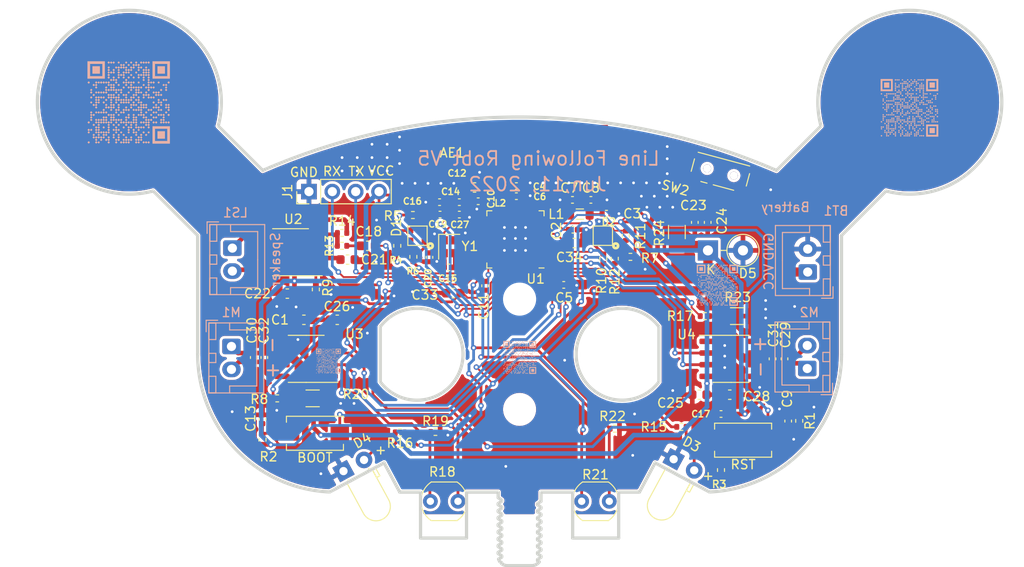
<source format=kicad_pcb>
(kicad_pcb (version 20211014) (generator pcbnew)
  (layers (0 "F.Cu" signal) (31 "B.Cu" signal) (34 "B.Paste" user) (35 "F.Paste" user) (36 "B.SilkS" user "B.Silkscreen") (37 "F.SilkS" user "F.Silkscreen") (38 "B.Mask" user) (39 "F.Mask" user) (44 "Edge.Cuts" user))
  (net 0 "")
  (net 1 "GND")
  (net 2 "/VDDCORE")
  (net 3 "/DCDC_OUT")
  (net 4 "/ANT")
  (net 5 "/XIN")
  (net 6 "/AVDD15")
  (net 7 "/XOUT")
  (net 8 "VCC")
  (net 9 "Net-(BOOT1-Pad2)")
  (net 10 "Net-(BT1-Pad1)")
  (net 11 "/AUDIO")
  (net 12 "Net-(C18-Pad2)")
  (net 13 "Net-(C21-Pad1)")
  (net 14 "Net-(D2-Pad1)")
  (net 15 "Net-(D2-Pad2)")
  (net 16 "Net-(D2-Pad4)")
  (net 17 "Net-(D3-Pad2)")
  (net 18 "Net-(D4-Pad2)")
  (net 19 "Net-(AE1-Pad1)")
  (net 20 "Net-(D1-Pad1)")
  (net 21 "Net-(D1-Pad2)")
  (net 22 "Net-(D1-Pad4)")
  (net 23 "Net-(C29-Pad2)")
  (net 24 "Net-(C29-Pad1)")
  (net 25 "Net-(LS1-Pad1)")
  (net 26 "Net-(LS1-Pad2)")
  (net 27 "Net-(C30-Pad2)")
  (net 28 "Net-(C30-Pad1)")
  (net 29 "/S_SD")
  (net 30 "/MC_1")
  (net 31 "/MC_2")
  (net 32 "/MOTOR2A")
  (net 33 "Net-(R13-Pad2)")
  (net 34 "/MOTOR1B")
  (net 35 "/P1")
  (net 36 "/MOTOR1A")
  (net 37 "/P2")
  (net 39 "/BOOT")
  (net 40 "Net-(C9-Pad1)")
  (net 41 "Net-(C17-Pad2)")
  (net 42 "/UART0_TXD")
  (net 43 "/UART0_RXD")
  (net 44 "Net-(L1-Pad2)")
  (net 45 "/LED1_B")
  (net 46 "/LED1_G")
  (net 47 "/LED1_R")
  (net 48 "/LED2_G")
  (net 49 "/LED2_R")
  (net 50 "/LED2_B")
  (net 64 "/MOTOR2B")
  (net 68 "/M_VCC")
  (net 69 "Net-(R20-Pad1)")
  (net 70 "Net-(R17-Pad2)")
  (footprint "Resistor_SMD:R_0402_1005Metric" (layer "F.Cu") (at 221.697 144.5 90)
    (fp_text reference "R3")
    (fp_text value "1K")
  )
  (footprint "Resistor_SMD:R_0402_1005Metric" (layer "F.Cu") (at 211.85 121.3 180)
    (fp_text reference "R7")
    (fp_text value "10K")
  )
  (footprint "Capacitor_SMD:C_0402_1005Metric" (layer "F.Cu") (at 191.1 115.35 180)
    (fp_text reference "C16")
    (fp_text value "2.2uF")
  )
  (footprint "Capacitor_SMD:C_0603_1608Metric" (layer "F.Cu") (at 181.1 121.6)
    (fp_text reference "C21")
    (fp_text value "1uF")
  )
  (footprint "Resistor_SMD:R_0402_1005Metric" (layer "F.Cu") (at 173.45 136.7)
    (fp_text reference "R8")
    (fp_text value "10K")
  )
  (footprint "LED_THT:LED_D3.0mm_Horizontal_O1.27mm_Z2.0mm" (layer "F.Cu") (at 216.549452 143.320894 -28.5)
    (fp_text reference "D3")
    (fp_text value "LED")
  )
  (footprint "Capacitor_SMD:C_0402_1005Metric" (layer "F.Cu") (at 171.85 138.97 90)
    (fp_text reference "C13")
    (fp_text value "100nF")
  )
  (footprint "Capacitor_SMD:C_0402_1005Metric" (layer "F.Cu") (at 199.45 114.7)
    (fp_text reference "C6")
    (fp_text value "2.7pF")
  )
  (footprint "Capacitor_SMD:C_0402_1005Metric" (layer "F.Cu") (at 193.25 115.35)
    (fp_text reference "C14")
    (fp_text value "10pF")
  )
  (footprint "Package_SO:SOP-8_3.9x4.9mm_P1.27mm" (layer "F.Cu") (at 174.9 120.8 180)
    (fp_text reference "U2")
    (fp_text value "FM8002A")
  )
  (footprint "Capacitor_SMD:C_0402_1005Metric" (layer "F.Cu") (at 209.25 116.6)
    (fp_text reference "C3")
    (fp_text value "2.2uF")
  )
  (footprint "Capacitor_SMD:C_0402_1005Metric" (layer "F.Cu") (at 205.6 118.35)
    (fp_text reference "C2")
    (fp_text value "2.2uF")
  )
  (footprint "Capacitor_SMD:C_0402_1005Metric" (layer "F.Cu") (at 170.9 132.25 90)
    (fp_text reference "C30")
    (fp_text value "100nF")
  )
  (footprint "Capacitor_SMD:C_0402_1005Metric" (layer "F.Cu") (at 228.6 132.4 -90)
    (fp_text reference "C29")
    (fp_text value "100nF")
  )
  (footprint "Inductor_SMD:L_0402_1005Metric" (layer "F.Cu") (at 197.55 114.1 -90)
    (fp_text reference "L2")
    (fp_text value "2.7nH")
  )
  (footprint "Package_SO:SOP-8_3.9x4.9mm_P1.27mm" (layer "F.Cu") (at 176.6 132.4 180)
    (fp_text reference "U3")
    (fp_text value "TC8301")
  )
  (footprint "Package_DFN_QFN:QFN-48-1EP_6x6mm_P0.4mm_EP4.3x4.3mm" (layer "F.Cu") (at 199.35 119.4 180)
    (fp_text reference "U1")
    (fp_text value "BL706C")
  )
  (footprint "Resistor_SMD:R_0402_1005Metric" (layer "F.Cu") (at 186.8 140.4 180)
    (fp_text reference "R16")
    (fp_text value "100R")
  )
  (footprint "Capacitor_SMD:C_0402_1005Metric" (layer "F.Cu") (at 229 139.17 90)
    (fp_text reference "C9")
    (fp_text value "100nF")
  )
  (footprint "Capacitor_SMD:C_0402_1005Metric" (layer "F.Cu") (at 218.85 117.55 -90)
    (fp_text reference "C23")
    (fp_text value "2.2uF")
  )
  (footprint "Capacitor_SMD:C_0402_1005Metric" (layer "F.Cu") (at 205.55 115.1 180)
    (fp_text reference "C7")
    (fp_text value "2.2uF")
  )
  (footprint "Resistor_SMD:R_0402_1005Metric" (layer "F.Cu") (at 180.5 120.1 180)
    (fp_text reference "R13")
    (fp_text value "20K")
  )
  (footprint "Capacitor_SMD:C_0603_1608Metric" (layer "F.Cu") (at 174.55 125.3 180)
    (fp_text reference "C22")
    (fp_text value "1uF")
  )
  (footprint "Button_Switch_SMD:SW_SPST_EVQPE1" (layer "F.Cu") (at 224.1 141.25 180)
    (fp_text reference "RST")
    (fp_text value "SW_Push")
  )
  (footprint "Capacitor_SMD:C_0603_1608Metric" (layer "F.Cu") (at 222.65 136.3)
    (fp_text reference "C28")
    (fp_text value "10uF")
  )
  (footprint "LED_THT:LED_D3.0mm_Horizontal_O1.27mm_Z2.0mm" (layer "F.Cu") (at 180.653505 144.61379 28.5)
    (fp_text reference "D4")
    (fp_text value "LED")
  )
  (footprint "Capacitor_SMD:C_0603_1608Metric" (layer "F.Cu") (at 179.975 128.15)
    (fp_text reference "C26")
    (fp_text value "10uF")
  )
  (footprint "Capacitor_SMD:C_0402_1005Metric" (layer "F.Cu") (at 193.25 116.7)
    (fp_text reference "C27")
    (fp_text value "100nF")
  )
  (footprint "Resistor_SMD:R_0402_1005Metric" (layer "F.Cu") (at 219.95 127.75)
    (fp_text reference "R17")
    (fp_text value "10K")
  )
  (footprint "Button_Switch_SMD:SW_SPST_EVQPE1" (layer "F.Cu") (at 177.55 140.5 180)
    (fp_text reference "BOOT")
    (fp_text value "SW_Push")
  )
  (footprint "Resistor_SMD:R_0402_1005Metric" (layer "F.Cu") (at 230.2 139.15 -90)
    (fp_text reference "R1")
    (fp_text value "100K")
  )
  (footprint "Capacitor_SMD:C_0603_1608Metric" (layer "F.Cu") (at 219.35 136.3 180)
    (fp_text reference "C25")
    (fp_text value "10uF")
  )
  (footprint "Inductor_SMD:L_0805_2012Metric" (layer "F.Cu") (at 206.35 116.65 180)
    (fp_text reference "L1")
    (fp_text value "2.2uH")
  )
  (footprint "USB A SMD PAD:FM-B2020RGBA-HG" (layer "F.Cu") (at 208.85 119 180)
    (fp_text reference "D2")
    (fp_text value "LED_RGBA")
  )
  (footprint "Capacitor_SMD:C_0402_1005Metric" (layer "F.Cu") (at 204.6 124.35 180)
    (fp_text reference "C5")
    (fp_text value "2.2uF")
  )
  (footprint "Resistor_SMD:R_0402_1005Metric" (layer "F.Cu") (at 208.9 121.5 -90)
    (fp_text reference "R10")
    (fp_text value "1K")
  )
  (footprint "Resistor_SMD:R_0402_1005Metric" (layer "F.Cu") (at 177.65 124.85 90)
    (fp_text reference "R9")
    (fp_text value "10K")
  )
  (footprint "Capacitor_SMD:C_0402_1005Metric" (layer "F.Cu") (at 192.1 122.45 180)
    (fp_text reference "C15")
    (fp_text value "12pF")
  )
  (footprint "Resistor_SMD:R_1206_3216Metric" (layer "F.Cu") (at 177.3 136.7)
    (fp_text reference "R20")
    (fp_text value "1R")
  )
  (footprint "Capacitor_SMD:C_0603_1608Metric" (layer "F.Cu") (at 183.3 120.1 180)
    (fp_text reference "C18")
    (fp_text value "0.39uF")
  )
  (footprint "Resistor_SMD:R_1206_3216Metric" (layer "F.Cu") (at 216.9 118.6 -90)
    (fp_text reference "R24")
    (fp_text value "3R")
  )
  (footprint "Crystal:Crystal_SMD_2016-4Pin_2.0x1.6mm" (layer "F.Cu") (at 192.15 120.2 -90)
    (fp_text reference "Y1")
    (fp_text value "32MHz")
  )
  (footprint "Resistor_SMD:R_0402_1005Metric" (layer "F.Cu") (at 186.5 120.1 -90)
    (fp_text reference "R4")
    (fp_text value "1K")
  )
  (footprint "Capacitor_SMD:C_0402_1005Metric" (layer "F.Cu") (at 227.3 132.4 -90)
    (fp_text reference "C31")
    (fp_text value "100nF")
  )
  (footprint "Diode_THT:D_DO-41_SOD81_P3.81mm_Vertical_KathodeUp" (layer "F.Cu") (at 220.277183 120.6)
    (fp_text reference "D5")
    (fp_text value "1N4728A")
  )
  (footprint "Capacitor_SMD:C_0603_1608Metric" (layer "F.Cu") (at 194.9 113.75 180)
    (fp_text reference "C12")
    (fp_text value "10uF")
  )
  (footprint "Resistor_SMD:R_0402_1005Metric" (layer "F.Cu") (at 211.35 119 -90)
    (fp_text reference "R11")
    (fp_text value "1K")
  )
  (footprint "OptoDevice:R_LDR_5.0x4.1mm_P3mm_Vertical" (layer "F.Cu") (at 193.1 147.9 180)
    (fp_text reference "R18")
    (fp_text value "A9050")
  )
  (footprint "Resistor_SMD:R_0402_1005Metric" (layer "F.Cu") (at 190.65 140.35)
    (fp_text reference "R19")
    (fp_text value "10K")
  )
  (footprint "USB A SMD PAD:FM-B2020RGBA-HG" (layer "F.Cu") (at 188.7 119 180)
    (fp_text reference "D1")
    (fp_text value "LED_RGBA")
  )
  (footprint "Capacitor_SMD:C_0603_1608Metric" (layer "F.Cu") (at 192.6 125.25 180)
    (fp_text reference "C33")
    (fp_text value "1uF")
  )
  (footprint "Resistor_SMD:R_0402_1005Metric" (layer "F.Cu") (at 217.4 139.8)
    (fp_text reference "R15")
    (fp_text value "100R")
  )
  (footprint "Resistor_SMD:R_0402_1005Metric" (layer "F.Cu") (at 210.15 140)
    (fp_text reference "R22")
    (fp_text value "10K")
  )
  (footprint "MountingHole:MountingHole_3mm" (layer "F.Cu") (at 199.8 137.9 90)
    (fp_text reference "H2")
    (fp_text value "MountingHole")
  )
  (footprint "Capacitor_SMD:C_0603_1608Metric" (layer "F.Cu") (at 176.35 128.15 180)
    (fp_text reference "C1")
    (fp_text value "10uF")
  )
  (footprint "Resistor_SMD:R_0402_1005Metric" (layer "F.Cu") (at 188.25 121.3 -90)
    (fp_text reference "R6")
    (fp_text value "1K")
  )
  (footprint "Capacitor_SMD:C_0402_1005Metric" (layer "F.Cu") (at 221.7 138.4 180)
    (fp_text reference "C17")
    (fp_text value "100nF")
  )
  (footprint "Capacitor_SMD:C_0402_1005Metric" (layer "F.Cu") (at 195.3 115.25 180)
    (fp_text reference "C10")
    (fp_text value "10pF")
  )
  (footprint "Resistor_SMD:R_0402_1005Metric" (layer "F.Cu") (at 180.5 118.7 180)
    (fp_text reference "R14")
    (fp_text value "20K")
  )
  (footprint "Capacitor_SMD:C_0402_1005Metric" (layer "F.Cu") (at 190 121.35 -90)
    (fp_text reference "C20")
    (fp_text value "12pF")
  )
  (footprint "Capacitor_SMD:C_0402_1005Metric" (layer "F.Cu") (at 191.15 116.7 180)
    (fp_text reference "C19")
    (fp_text value "10pF")
  )
  (footprint "OptoDevice:R_LDR_5.0x4.1mm_P3mm_Vertical" (layer "F.Cu") (at 206.55 147.9)
    (fp_text reference "R21")
    (fp_text value "A9050")
  )
  (footprint "Capacitor_SMD:C_0603_1608Metric" (layer "F.Cu") (at 205.75 119.8)
    (fp_text reference "C34")
    (fp_text value "1uF")
  )
  (footprint "Capacitor_SMD:C_0402_1005Metric" (layer "F.Cu") (at 199.45 113.6)
    (fp_text reference "C4")
    (fp_text value "1.0pF")
  )
  (footprint "Capacitor_SMD:C_0402_1005Metric" (layer "F.Cu") (at 207.55 115.1)
    (fp_text reference "C8")
    (fp_text value "2.2uF")
  )
  (footprint "Capacitor_SMD:C_0402_1005Metric" (layer "F.Cu") (at 172.05 132.25 90)
    (fp_text reference "C32")
    (fp_text value "100nF")
  )
  (footprint "Capacitor_SMD:C_0402_1005Metric" (layer "F.Cu") (at 196.05 124.45 90)
    (fp_text reference "C11")
    (fp_text value "2.2uF")
  )
  (footprint "Slide switch:MSK12C02-HB" (layer "F.Cu") (at 221.5 112.6 165)
    (fp_text reference "SW2")
    (fp_text value "SW_SPST")
  )
  (footprint "Capacitor_SMD:C_0402_1005Metric" (layer "F.Cu") (at 220.25 117.55 -90)
    (fp_text reference "C24")
    (fp_text value "100nF")
  )
  (footprint "Resistor_SMD:R_0402_1005Metric" (layer "F.Cu") (at 171.85 141.2 -90)
    (fp_text reference "R2")
    (fp_text value "1K")
  )
  (footprint "Connector_PinHeader_2.54mm:PinHeader_1x04_P2.54mm_Vertical" (layer "F.Cu") (at 176.9 114.2 90)
    (fp_text reference "J1")
    (fp_text value "Conn_01x04_Male")
  )
  (footprint "Resistor_SMD:R_0402_1005Metric" (layer "F.Cu") (at 210.15 121.5 -90)
    (fp_text reference "R12")
    (fp_text value "1K")
  )
  (footprint "Resistor_SMD:R_1206_3216Metric" (layer "F.Cu") (at 223.45 127.75)
    (fp_text reference "R23")
    (fp_text value "1R")
  )
  (footprint "Resistor_SMD:R_0402_1005Metric" (layer "F.Cu") (at 188.2 116.75 180)
    (fp_text reference "R5")
    (fp_text value "1K")
  )
  (footprint "Package_SO:SOP-8_3.9x4.9mm_P1.27mm" (layer "F.Cu") (at 222.8 132.4)
    (fp_text reference "U4")
    (fp_text value "TC8301")
  )
  (footprint "MountingHole:MountingHole_3mm" (layer "F.Cu") (at 199.8 125.9 90)
    (fp_text reference "H1")
    (fp_text value "MountingHole")
  )
  (footprint "RF_Antenna:Texas_SWRA117D_2.4GHz_Right" (layer "F.Cu") (at 197.55 112.1)
    (fp_text reference "AE1")
    (fp_text value "Antenna_Dipole")
  )
  (footprint "LOGO" (layer "B.Cu") (at 242.25 105.1 180)
    (fp_text reference "G***")
    (fp_text value "LOGO" hide)
  )
  (footprint "LOGO" (layer "B.Cu") (at 179.05 132.65 180)
    (fp_text reference "G***")
    (fp_text value "LOGO" hide)
  )
  (footprint "LOGO" (layer "B.Cu") (at 199.85 132.25 180)
    (fp_text reference "G***")
    (fp_text value "LOGO" hide)
  )
  (footprint "Connector_JST:JST_XH_B2B-XH-A_1x02_P2.50mm_Vertical" (layer "B.Cu") (at 168.575 120.35 -90)
    (fp_text reference "LS1")
    (fp_text value "Speaker")
  )
  (footprint "Connector_JST:JST_XH_B2B-XH-A_1x02_P2.50mm_Vertical" (layer "B.Cu") (at 231.125 122.95 90)
    (fp_text reference "BT1")
    (fp_text value "Battery")
  )
  (footprint "LOGO" (layer "B.Cu") (at 221.35 124.4 180)
    (fp_text reference "G***")
    (fp_text value "LOGO" hide)
  )
  (footprint "Connector_JST:JST_XH_B2B-XH-A_1x02_P2.50mm_Vertical" (layer "B.Cu") (at 168.475 131.05 -90)
    (fp_text reference "M1")
    (fp_text value "Conn_01x02_Male")
  )
  (footprint "LOGO" (layer "B.Cu") (at 157.394777 104.521872 180)
    (fp_text reference "G***")
    (fp_text value "LOGO" hide)
  )
  (footprint "Connector_JST:JST_XH_B2B-XH-A_1x02_P2.50mm_Vertical" (layer "B.Cu") (at 231.075 133.45 90)
    (fp_text reference "M2")
    (fp_text value "Conn_01x02_Male")
  )
  (gr_line (start 184.650006 128.9) (end 184.650006 134.9) (layer "Edge.Cuts") (width 0.35))
  (gr_line (start 205.570004 146.9) (end 202.124997 146.9) (layer "Edge.Cuts") (width 0.35))
  (gr_line (start 197.850003 153.967429) (end 197.850003 153.842581) (layer "Edge.Cuts") (width 0.35))
  (gr_line (start 202.124997 153.870001) (end 201.749997 153.607428) (layer "Edge.Cuts") (width 0.35))
  (gr_line (start 197.475003 152.819998) (end 197.850003 153.082572) (layer "Edge.Cuts") (width 0.35))
  (gr_line (start 202.124997 150.069998) (end 201.749997 149.807425) (layer "Edge.Cuts") (width 0.35))
  (gr_line (start 186.772778 146.9) (end 189.029995 146.9) (layer "Edge.Cuts") (width 0.35))
  (gr_line (start 197.850003 150.167426) (end 197.850003 150.042578) (layer "Edge.Cuts") (width 0.35))
  (gr_line (start 202.124997 153.110007) (end 202.124997 153.220008) (layer "Edge.Cuts") (width 0.35))
  (gr_line (start 197.475003 153.579993) (end 197.475003 153.470008) (layer "Edge.Cuts") (width 0.35))
  (gr_line (start 197.475003 148.260001) (end 197.475003 148.15) (layer "Edge.Cuts") (width 0.35))
  (gr_line (start 210.570004 151.9) (end 210.570004 146.9) (layer "Edge.Cuts") (width 0.35))
  (gr_line (start 202.124997 152.349997) (end 202.124997 152.459998) (layer "Edge.Cuts") (width 0.35))
  (gr_line (start 197.475003 152.819998) (end 197.475003 152.709998) (layer "Edge.Cuts") (width 0.35))
  (gr_line (start 159.961789 114.132849) (end 164.8 118.971076) (layer "Edge.Cuts") (width 0.35))
  (gr_line (start 202.124997 153.110007) (end 201.749997 152.847418) (layer "Edge.Cuts") (width 0.35))
  (gr_line (start 202.124997 153.220008) (end 201.749997 153.482581) (layer "Edge.Cuts") (width 0.35))
  (gr_line (start 202.124997 150.829993) (end 202.124997 150.939994) (layer "Edge.Cuts") (width 0.35))
  (gr_line (start 202.124997 147.9) (end 201.749997 148.162573) (layer "Edge.Cuts") (width 0.35))
  (gr_line (start 197.850003 149.407416) (end 197.850003 149.282584) (layer "Edge.Cuts") (width 0.35))
  (gr_line (start 197.475003 149.780005) (end 197.475003 149.670005) (layer "Edge.Cuts") (width 0.35))
  (gr_line (start 202.124997 150.829993) (end 201.749997 150.56742) (layer "Edge.Cuts") (width 0.35))
  (gr_line (start 239.638211 114.132849) (end 234.8 118.971076) (layer "Edge.Cuts") (width 0.35))
  (gr_line (start 202.124997 152.349997) (end 201.749997 152.087424) (layer "Edge.Cuts") (width 0.35))
  (gr_line (start 167.032849 107.061789) (end 171.87106 111.9) (layer "Edge.Cuts") (width 0.35))
  (gr_line (start 164.8 131.899999) (end 164.8 118.971075) (layer "Edge.Cuts") (width 0.35))
  (gr_line (start 197.475003 148.260001) (end 197.850003 148.522574) (layer "Edge.Cuts") (width 0.35))
  (gr_line (start 202.124997 149.310004) (end 202.124997 149.420005) (layer "Edge.Cuts") (width 0.35))
  (gr_line (start 202.124997 148.549994) (end 201.749997 148.287421) (layer "Edge.Cuts") (width 0.35))
  (gr_line (start 205.570004 151.9) (end 210.570004 151.9) (layer "Edge.Cuts") (width 0.35))
  (gr_line (start 197.520474 154.198157) (end 197.850003 153.967429) (layer "Edge.Cuts") (width 0.35))
  (gr_line (start 201.749997 154.242575) (end 201.749997 154.367423) (layer "Edge.Cuts") (width 0.35))
  (gr_arc (start 184.650006 128.9) (mid 193.650006 131.9) (end 184.650006 134.9) (layer "Edge.Cuts") (width 0.35))
  (gr_line (start 201.749997 153.482581) (end 201.749997 153.607428) (layer "Edge.Cuts") (width 0.35))
  (gr_arc (start 214.949994 134.9) (mid 205.949994 131.9) (end 214.949994 128.9) (layer "Edge.Cuts") (width 0.35))
  (gr_arc (start 171.871068 111.899997) (mid 199.800001 106.087027) (end 227.728934 111.899998) (layer "Edge.Cuts") (width 0.35))
  (gr_line (start 197.850003 152.447425) (end 197.850003 152.322577) (layer "Edge.Cuts") (width 0.35))
  (gr_line (start 202.124997 151.590003) (end 202.124997 151.700003) (layer "Edge.Cuts") (width 0.35))
  (gr_line (start 197.475003 153.579993) (end 197.850003 153.842581) (layer "Edge.Cuts") (width 0.35))
  (gr_line (start 197.475003 151.299994) (end 197.475003 151.189994) (layer "Edge.Cuts") (width 0.35))
  (gr_line (start 201.749997 151.962577) (end 201.749997 152.087424) (layer "Edge.Cuts") (width 0.35))
  (gr_arc (start 232.567149 107.061784) (mid 249.297474 97.402525) (end 239.638217 114.132851) (layer "Edge.Cuts") (width 0.35))
  (gr_line (start 197.475003 147.500006) (end 197.850003 147.76258) (layer "Edge.Cuts") (width 0.35))
  (gr_line (start 202.124997 152.459998) (end 201.749997 152.722571) (layer "Edge.Cuts") (width 0.35))
  (gr_line (start 202.124997 146.9) (end 202.124997 147.9) (layer "Edge.Cuts") (width 0.35))
  (gr_line (start 202.124997 153.870001) (end 202.124997 153.9) (layer "Edge.Cuts") (width 0.35))
  (gr_line (start 202.124997 151.700003) (end 201.749997 151.962577) (layer "Edge.Cuts") (width 0.35))
  (gr_line (start 197.850003 147.887427) (end 197.850003 147.76258) (layer "Edge.Cuts") (width 0.35))
  (gr_line (start 197.475003 149.019995) (end 197.850003 149.282584) (layer "Edge.Cuts") (width 0.35))
  (gr_line (start 197.850003 148.647422) (end 197.850003 148.522574) (layer "Edge.Cuts") (width 0.35))
  (gr_line (start 197.475003 152.060004) (end 197.475003 151.950003) (layer "Edge.Cuts") (width 0.35))
  (gr_line (start 197.475003 151.299994) (end 197.850003 151.562583) (layer "Edge.Cuts") (width 0.35))
  (gr_line (start 197.850003 150.92742) (end 197.850003 150.802573) (layer "Edge.Cuts") (width 0.35))
  (gr_line (start 202.124997 148.659995) (end 201.749997 148.922583) (layer "Edge.Cuts") (width 0.35))
  (gr_line (start 197.475003 152.709998) (end 197.850003 152.447425) (layer "Edge.Cuts") (width 0.35))
  (gr_arc (start 201.929907 154.493397) (mid 201.575887 154.79258) (end 201.124997 154.9) (layer "Edge.Cuts") (width 0.35))
  (gr_line (start 197.850003 151.687415) (end 197.850003 151.562583) (layer "Edge.Cuts") (width 0.35))
  (gr_line (start 201.124997 154.9) (end 198.475003 154.9) (layer "Edge.Cuts") (width 0.35))
  (gr_line (start 197.475003 153.470008) (end 197.850003 153.207419) (layer "Edge.Cuts") (width 0.35))
  (gr_line (start 197.475003 150.54) (end 197.850003 150.802573) (layer "Edge.Cuts") (width 0.35))
  (gr_line (start 201.929913 154.493399) (end 201.749997 154.367423) (layer "Edge.Cuts") (width 0.35))
  (gr_line (start 197.475003 152.060004) (end 197.850003 152.322577) (layer "Edge.Cuts") (width 0.35))
  (gr_line (start 202.124997 149.420005) (end 201.749997 149.682578) (layer "Edge.Cuts") (width 0.35))
  (gr_arc (start 234.8 131.9) (mid 230.631266 142.277075) (end 220.442176 146.886247) (layer "Edge.Cuts") (width 0.35))
  (gr_line (start 201.749997 150.442572) (end 201.749997 150.56742) (layer "Edge.Cuts") (width 0.35))
  (gr_line (start 197.475003 150.429999) (end 197.850003 150.167426) (layer "Edge.Cuts") (width 0.35))
  (gr_arc (start 179.157823 146.886247) (mid 168.968733 142.277074) (end 164.8 131.899999) (layer "Edge.Cuts") (width 0.35))
  (gr_line (start 201.749997 148.162573) (end 201.749997 148.287421) (layer "Edge.Cuts") (width 0.35))
  (gr_line (start 186.772778 146.9) (end 185.071026 143.720923) (layer "Edge.Cuts") (width 0.35))
  (gr_line (start 197.475003 149.670005) (end 197.850003 149.407416) (layer "Edge.Cuts") (width 0.35))
  (gr_line (start 197.475003 151.950003) (end 197.850003 151.687415) (layer "Edge.Cuts") (width 0.35))
  (gr_line (start 214.949994 128.9) (end 214.949994 134.9) (layer "Edge.Cuts") (width 0.35))
  (gr_line (start 197.475003 149.780005) (end 197.850003 150.042578) (layer "Edge.Cuts") (width 0.35))
  (gr_line (start 232.567151 107.061789) (end 227.72894 111.9) (layer "Edge.Cuts") (width 0.35))
  (gr_arc (start 202.124997 153.9) (mid 202.124147 153.941225) (end 202.121598 153.98238) (layer "Edge.Cuts") (width 0.35))
  (gr_line (start 202.124997 151.590003) (end 201.749997 151.327429) (layer "Edge.Cuts") (width 0.35))
  (gr_line (start 202.124997 150.179999) (end 201.749997 150.442572) (layer "Edge.Cuts") (width 0.35))
  (gr_line (start 202.124997 150.069998) (end 202.124997 150.179999) (layer "Edge.Cuts") (width 0.35))
  (gr_arc (start 197.646627 154.460172) (mid 197.573981 154.333772) (end 197.520485 154.198153) (layer "Edge.Cuts") (width 0.35))
  (gr_line (start 202.121594 153.982382) (end 201.749997 154.242575) (layer "Edge.Cuts") (width 0.35))
  (gr_line (start 197.850003 154.680625) (end 197.850003 154.602576) (layer "Edge.Cuts") (width 0.35))
  (gr_line (start 201.749997 148.922583) (end 201.749997 149.047415) (layer "Edge.Cuts") (width 0.35))
  (gr_line (start 214.528973 143.720923) (end 220.442181 146.886252) (layer "Edge.Cuts") (width 0.35))
  (gr_line (start 201.749997 149.682578) (end 201.749997 149.807425) (layer "Edge.Cuts") (width 0.35))
  (gr_line (start 212.827221 146.9) (end 210.570004 146.9) (layer "Edge.Cuts") (width 0.35))
  (gr_line (start 185.071026 143.720923) (end 179.157818 146.886252) (layer "Edge.Cuts") (width 0.35))
  (gr_line (start 197.646618 154.460166) (end 197.850003 154.602576) (layer "Edge.Cuts") (width 0.35))
  (gr_line (start 197.475003 150.54) (end 197.475003 150.429999) (layer "Edge.Cuts") (width 0.35))
  (gr_line (start 202.124997 150.939994) (end 201.749997 151.202582) (layer "Edge.Cuts") (width 0.35))
  (gr_line (start 194.029995 146.9) (end 197.475003 146.9) (layer "Edge.Cuts") (width 0.35))
  (gr_line (start 197.475003 148.15) (end 197.850003 147.887427) (layer "Edge.Cuts") (width 0.35))
  (gr_line (start 197.475003 147.500006) (end 197.475003 146.9) (layer "Edge.Cuts") (width 0.35))
  (gr_arc (start 198.475003 154.9) (mid 198.143812 154.843564) (end 197.850003 154.680625) (layer "Edge.Cuts") (width 0.35))
  (gr_line (start 234.8 131.9) (end 234.8 118.971076) (layer "Edge.Cuts") (width 0.35))
  (gr_line (start 202.124997 149.310004) (end 201.749997 149.047415) (layer "Edge.Cuts") (width 0.35))
  (gr_line (start 197.475003 151.189994) (end 197.850003 150.92742) (layer "Edge.Cuts") (width 0.35))
  (gr_line (start 202.124997 148.549994) (end 202.124997 148.659995) (layer "Edge.Cuts") (width 0.35))
  (gr_line (start 197.850003 153.207419) (end 197.850003 153.082572) (layer "Edge.Cuts") (width 0.35))
  (gr_line (start 197.475003 149.019995) (end 197.475003 148.909995) (layer "Edge.Cuts") (width 0.35))
  (gr_line (start 205.570004 146.9) (end 205.570004 151.9) (layer "Edge.Cuts") (width 0.35))
  (gr_line (start 212.827221 146.9) (end 214.528973 143.720923) (layer "Edge.Cuts") (width 0.35))
  (gr_arc (start 159.961784 114.132851) (mid 150.302525 97.402526) (end 167.032851 107.061783) (layer "Edge.Cuts") (width 0.35))
  (gr_line (start 194.029995 151.9) (end 189.029995 151.9) (layer "Edge.Cuts") (width 0.35))
  (gr_line (start 201.749997 151.202582) (end 201.749997 151.327429) (layer "Edge.Cuts") (width 0.35))
  (gr_line (start 197.475003 148.909995) (end 197.850003 148.647422) (layer "Edge.Cuts") (width 0.35))
  (gr_line (start 189.029995 151.9) (end 189.029995 146.9) (layer "Edge.Cuts") (width 0.35))
  (gr_line (start 201.749997 152.722571) (end 201.749997 152.847418) (layer "Edge.Cuts") (width 0.35))
  (gr_line (start 194.029995 146.9) (end 194.029995 151.9) (layer "Edge.Cuts") (width 0.35))
  (gr_text "Battery" (at 228.7 115.9) (layer "B.SilkS") (effects (font (size 1 1)) (justify mirror)))
  (gr_text "Line Following Robt V5" (at 201.85 110.6) (layer "B.SilkS") (effects (font (size 1.5 1.5) (thickness 0.2)) (justify mirror)))
  (gr_text "Jun,11, 2022" (at 201.75 113.4) (layer "B.SilkS") (effects (font (size 1.5 1.5) (thickness 0.2)) (justify mirror)))
  (gr_text "-" (at 173.05 130.9 270) (layer "B.SilkS") (effects (font (size 1.5 1.5) (thickness 0.2)) (justify mirror)))
  (gr_text "-" (at 225.9 133.55 90) (layer "B.SilkS") (effects (font (size 1.5 1.5) (thickness 0.2)) (justify mirror)))
  (gr_text "+" (at 173.1 133.65 270) (layer "B.SilkS") (effects (font (size 1.5 1.5) (thickness 0.2)) (justify mirror)))
  (gr_text "Speaker" (at 173.25 121.6 90) (layer "B.SilkS") (effects (font (size 1 1)) (justify mirror)))
  (gr_text "GND" (at 226.9 120.2 90) (layer "B.SilkS") (effects (font (size 1 1)) (justify mirror)))
  (gr_text "+" (at 225.85 130.8 90) (layer "B.SilkS") (effects (font (size 1.5 1.5) (thickness 0.2)) (justify mirror)))
  (gr_text "VCC" (at 226.9 123.5 90) (layer "B.SilkS") (effects (font (size 1 1)) (justify mirror)))
  (gr_text "RX" (at 179.4 112) (layer "F.SilkS") (effects (font (size 1 1))))
  (gr_text "VCC" (at 184.75 111.95) (layer "F.SilkS") (effects (font (size 1 1))))
  (gr_text "+" (at 220.3 145.1) (layer "F.SilkS") (effects (font (size 1 1))))
  (gr_text "GND" (at 176.35 112.1) (layer "F.SilkS") (effects (font (size 1 1))))
  (gr_text "+" (at 184.7 142.3) (layer "F.SilkS") (effects (font (size 1 1))))
  (gr_text "TX" (at 182.05 112) (layer "F.SilkS") (effects (font (size 1 1))))
  (segment (start 172.275 121.435) (end 173.085 121.435) (width 0.5) (layer "F.Cu") (net 1))
  (segment (start 209.73 116.6) (end 210.6 116.6) (width 0.2) (layer "F.Cu") (net 1))
  (segment (start 200.9 114.7) (end 200.95 114.65) (width 0.3) (layer "F.Cu") (net 1))
  (segment (start 193.9 118.7) (end 193.5 118.7) (width 0.3) (layer "F.Cu") (net 1))
  (segment (start 191.65 140.35) (end 192 140.7) (width 0.5) (layer "F.Cu") (net 1))
  (segment (start 190.62 115.35) (end 190.62 116.65) (width 0.3) (layer "F.Cu") (net 1))
  (segment (start 188.3 125.25) (end 188.15 125.1) (width 0.3) (layer "F.Cu") (net 1))
  (segment (start 196.05 124.93) (end 195.477846 124.93) (width 0.2) (layer "F.Cu") (net 1))
  (segment (start 195.45 112.1) (end 195.25 112.1) (width 0.5) (layer "F.Cu") (net 1))
  (segment (start 199.93 114.7) (end 200.9 114.7) (width 0.3) (layer "F.Cu") (net 1))
  (segment (start 206.525 118.875) (end 207.05 118.35) (width 0.3) (layer "F.Cu") (net 1))
  (segment (start 205.07 115.1) (end 204.2 115.1) (width 0.2) (layer "F.Cu") (net 1))
  (segment (start 194.125 113.225) (end 194.125 113.75) (width 0.5) (layer "F.Cu") (net 1))
  (segment (start 191.62 121.77) (end 191.62 120.92) (width 0.3) (layer "F.Cu") (net 1))
  (segment (start 191.62 122.45) (end 191.62 121.77) (width 0.3) (layer "F.Cu") (net 1))
  (segment (start 194.052178 116.7) (end 194.351089 116.998911) (width 0.3) (layer "F.Cu") (net 1))
  (segment (start 208.03 115.1) (end 209.3 115.1) (width 0.2) (layer "F.Cu") (net 1))
  (segment (start 190 121.83) (end 190.77 121.83) (width 0.3) (layer "F.Cu") (net 1))
  (segment (start 194.82 115.77) (end 195.15 116.1) (width 0.3) (layer "F.Cu") (net 1))
  (segment (start 191.62 120.92) (end 191.6 120.9) (width 0.3) (layer "F.Cu") (net 1))
  (segment (start 190.62 115.35) (end 189.6 115.35) (width 0.3) (layer "F.Cu") (net 1))
  (segment (start 194.72 115.35) (end 194.82 115.25) (width 0.3) (layer "F.Cu") (net 1))
  (segment (start 190.77 121.83) (end 190.8 121.8) (width 0.3) (layer "F.Cu") (net 1))
  (segment (start 195.25 112.1) (end 194.125 113.225) (width 0.5) (layer "F.Cu") (net 1))
  (segment (start 206.08 118.35) (end 207.05 118.35) (width 0.2) (layer "F.Cu") (net 1))
  (segment (start 198.3 142.5) (end 198.3 144.1) (width 0.5) (layer "F.Cu") (net 1))
  (segment (start 193.73 116.7) (end 194.052178 116.7) (width 0.3) (layer "F.Cu") (net 1))
  (segment (start 190.62 116.65) (end 190.67 116.7) (width 0.3) (layer "F.Cu") (net 1))
  (segment (start 173.085 121.435) (end 173.775 122.125) (width 0.5) (layer "F.Cu") (net 1))
  (segment (start 173.775 122.125) (end 173.775 125.3) (width 0.5) (layer "F.Cu") (net 1))
  (segment (start 193.5 118.7) (end 192.7 119.5) (width 0.3) (layer "F.Cu") (net 1))
  (segment (start 194.4 138.6) (end 198.3 142.5) (width 0.5) (layer "F.Cu") (net 1))
  (segment (start 193.73 115.35) (end 194.72 115.35) (width 0.3) (layer "F.Cu") (net 1))
  (segment (start 206.525 119.8) (end 206.525 118.875) (width 0.3) (layer "F.Cu") (net 1))
  (segment (start 221.707 145) (end 221.697 145.01) (width 0.3) (layer "F.Cu") (net 1))
  (segment (start 182.125 121.85) (end 181.875 121.6) (width 0.5) (layer "F.Cu") (net 1))
  (segment (start 184.19785 121.85) (end 182.125 121.85) (width 0.5) (layer "F.Cu") (net 1))
  (segment (start 194.82 115.25) (end 194.82 115.77) (width 0.3) (layer "F.Cu") (net 1))
  (segment (start 195.477846 124.93) (end 195.303923 125.103923) (width 0.2) (layer "F.Cu") (net 1))
  (segment (start 191.825 125.25) (end 188.3 125.25) (width 0.3) (layer "F.Cu") (net 1))
  (segment (start 191.16 140.35) (end 191.65 140.35) (width 0.5) (layer "F.Cu") (net 1))
  (segment (start 191.62 121.77) (end 190.83 121.77) (width 0.3) (layer "F.Cu") (net 1))
  (segment (start 190.83 121.77) (end 190.8 121.8) (width 0.3) (layer "F.Cu") (net 1))
  (via (at 181.8 137.25) (size 0.6) (drill 0.3) (layers "F.Cu" "B.Cu") (net 1))
  (via (at 185.4 109.05) (size 0.6) (drill 0.3) (layers "F.Cu" "B.Cu") (net 1))
  (via (at 173.4 138) (size 0.6) (drill 0.3) (layers "F.Cu" "B.Cu") (net 1))
  (via (at 210.785 113.25) (size 0.6) (drill 0.3) (layers "F.Cu" "B.Cu") (net 1))
  (via (at 189.84 113.3) (size 0.6) (drill 0.3) (layers "F.Cu" "B.Cu") (net 1))
  (via (at 200.45 120.6) (size 0.6) (drill 0.3) (layers "F.Cu" "B.Cu") (net 1))
  (via (at 186.15 125.55) (size 0.6) (drill 0.3) (layers "F.Cu" "B.Cu") (net 1))
  (via (at 215.85 114.7) (size 0.6) (drill 0.3) (layers "F.Cu" "B.Cu") (net 1))
  (via (at 175.5 126.75) (size 0.6) (drill 0.3) (layers "F.Cu" "B.Cu") (net 1))
  (via (at 199.35 119.3) (size 0.6) (drill 0.3) (layers "F.Cu" "B.Cu") (net 1))
  (via (at 173.4 126.7) (size 0.6) (drill 0.3) (layers "F.Cu" "B.Cu") (net 1))
  (via (at 186.75 108.25) (size 0.6) (drill 0.3) (layers "F.Cu" "B.Cu") (net 1))
  (via (at 200.45 118.1) (size 0.6) (drill 0.3) (layers "F.Cu" "B.Cu") (net 1))
  (via (at 193.9 118.7) (size 0.6) (drill 0.3) (layers "F.Cu" "B.Cu") (net 1))
  (via (at 207.05 118.35) (size 0.6) (drill 0.3) (layers "F.Cu" "B.Cu") (net 1))
  (via (at 229.6 141.15) (size 0.6) (drill 0.3) (layers "F.Cu" "B.Cu") (net 1))
  (via (at 208.45 117.45) (size 0.6) (drill 0.3) (layers "F.Cu" "B.Cu") (net 1))
  (via (at 189.6 115.35) (size 0.6) (drill 0.3) (layers "F.Cu" "B.Cu") (net 1))
  (via (at 183.75 109.05) (size 0.6) (drill 0.3) (layers "F.Cu" "B.Cu") (net 1))
  (via (at 182.15 110.5) (size 0.6) (drill 0.3) (layers "F.Cu" "B.Cu") (net 1))
  (via (at 207.975 113.25) (size 0.6) (drill 0.3) (layers "F.Cu" "B.Cu") (net 1))
  (via (at 215.045 115.9) (size 0.6) (drill 0.3) (layers "F.Cu" "B.Cu") (net 1))
  (via (at 209.38 113.25) (size 0.6) (drill 0.3) (layers "F.Cu" "B.Cu") (net 1))
  (via (at 186.75 111.15) (size 0.6) (drill 0.3) (layers "F.Cu" "B.Cu") (net 1))
  (via (at 183.75 111.95) (size 0.6) (drill 0.3) (layers "F.Cu" "B.Cu") (net 1))
  (via (at 199.35 120.6) (size 0.6) (drill 0.3) (layers "F.Cu" "B.Cu") (net 1))
  (via (at 192 140.7) (size 0.6) (drill 0.3) (layers "F.Cu" "B.Cu") (net 1))
  (via (at 180.35 137.25) (size 0.6) (drill 0.3) (layers "F.Cu" "B.Cu") (net 1))
  (via (at 182.15 111.95) (size 0.6) (drill 0.3) (layers "F.Cu" "B.Cu") (net 1))
  (via (at 231.8 137.65) (size 0.6) (drill 0.3) (layers "F.Cu" "B.Cu") (net 1))
  (via (at 215.85 110.625) (size 0.6) (drill 0.3) (layers "F.Cu" "B.Cu") (net 1))
  (via (at 203.76 113.25) (size 0.6) (drill 0.3) (layers "F.Cu" "B.Cu") (net 1))
  (via (at 222.1 133.35) (size 0.6) (drill 0.3) (layers "F.Cu" "B.Cu") (net 1))
  (via (at 194.4 138.6) (size 0.6) (drill 0.3) (layers "F.Cu" "B.Cu") (net 1))
  (via (at 206.57 113.25) (size 0.6) (drill 0.3) (layers "F.Cu" "B.Cu") (net 1))
  (via (at 216.45 115.9) (size 0.6) (drill 0.3) (layers "F.Cu" "B.Cu") (net 1))
  (via (at 190.8 121.8) (size 0.6) (drill 0.3) (layers "F.Cu" "B.Cu") (net 1))
  (via (at 198.15 120.6) (size 0.6) (drill 0.3) (layers "F.Cu" "B.Cu") (net 1))
  (via (at 202.355 113.25) (size 0.6) (drill 0.3) (layers "F.Cu" "B.Cu") (net 1))
  (via (at 200.95 113.25) (size 0.6) (drill 0.3) (layers "F.Cu" "B.Cu") (net 1))
  (via (at 187.03 113.3) (size 0.6) (drill 0.3) (layers "F.Cu" "B.Cu") (net 1))
  (via (at 210.6 116.6) (size 0.6) (drill 0.3) (layers "F.Cu" "B.Cu") (net 1))
  (via (at 185.4 110.5) (size 0.6) (drill 0.3) (layers "F.Cu" "B.Cu") (net 1))
  (via (at 181.65 126.8) (size 0.6) (drill 0.3) (layers "F.Cu" "B.Cu") (net 1))
  (via (at 183.75 110.5) (size 0.6) (drill 0.3) (layers "F.Cu" "B.Cu") (net 1))
  (via (at 205.165 113.25) (size 0.6) (drill 0.3) (layers "F.Cu" "B.Cu") (net 1))
  (via (at 222.1 132.1) (size 0.6) (drill 0.3) (layers "F.Cu" "B.Cu") (net 1))
  (via (at 198.15 119.3) (size 0.6) (drill 0.3) (layers "F.Cu" "B.Cu") (net 1))
  (via (at 215.85 112.25) (size 0.6) (drill 0.3) (layers "F.Cu" "B.Cu") (net 1))
  (via (at 175.7 130.3) (size 0.6) (drill 0.3) (layers "F.Cu" "B.Cu") (net 1))
  (via (at 198.3 144.1) (size 0.6) (drill 0.3) (layers "F.Cu" "B.Cu") (net 1))
  (via (at 204.2 115.1) (size 0.6) (drill 0.3) (layers "F.Cu" "B.Cu") (net 1))
  (via (at 180.5 110.5) (size 0.6) (drill 0.3) (layers "F.Cu" "B.Cu") (net 1))
  (via (at 194.351089 116.998911) (size 0.6) (drill 0.3) (layers "F.Cu" "B.Cu") (net 1))
  (via (at 184.19785 121.85) (size 0.6) (drill 0.3) (layers "F.Cu" "B.Cu") (net 1))
  (via (at 213.45 122.65) (size 0.6) (drill 0.3) (layers "F.Cu" "B.Cu") (net 1))
  (via (at 195.15 116.1) (size 0.6) (drill 0.3) (layers "F.Cu" "B.Cu") (net 1))
  (via (at 188.15 125.1) (size 0.6) (drill 0.3) (layers "F.Cu" "B.Cu") (net 1))
  (via (at 186.75 109.7) (size 0.6) (drill 0.3) (layers "F.Cu" "B.Cu") (net 1))
  (via (at 227.1 114) (size 0.6) (drill 0.3) (layers "F.Cu" "B.Cu") (net 1))
  (via (at 195.303923 125.103923) (size 0.6) (drill 0.3) (layers "F.Cu" "B.Cu") (net 1))
  (via (at 168.55 138.15) (size 0.6) (drill 0.3) (layers "F.Cu" "B.Cu") (net 1))
  (via (at 179.3 125.4) (size 0.6) (drill 0.3) (layers "F.Cu" "B.Cu") (net 1))
  (via (at 206.0005 124.4) (size 0.6) (drill 0.3) (layers "F.Cu" "B.Cu") (net 1))
  (via (at 192.65 113.3) (size 0.6) (drill 0.3) (layers "F.Cu" "B.Cu") (net 1))
  (via (at 199.35 118.1) (size 0.6) (drill 0.3) (layers "F.Cu" "B.Cu") (net 1))
  (via (at 184.25 117.3) (size 0.6) (drill 0.3) (layers "F.Cu" "B.Cu") (net 1))
  (via (at 215 113.25) (size 0.6) (drill 0.3) (layers "F.Cu" "B.Cu") (net 1))
  (via (at 200.45 119.3) (size 0.6) (drill 0.3) (layers "F.Cu" "B.Cu") (net 1))
  (via (at 229.7 126.7) (size 0.6) (drill 0.3) (layers "F.Cu" "B.Cu") (net 1))
  (via (at 178.2 144.9) (size 0.6) (drill 0.3) (layers "F.Cu" "B.Cu") (net 1))
  (via (at 190.55 118.8) (size 0.6) (drill 0.3) (layers "F.Cu" "B.Cu") (net 1))
  (via (at 222.1 130.95) (size 0.6) (drill 0.3) (layers "F.Cu" "B.Cu") (net 1))
  (via (at 212.19 113.25) (size 0.6) (drill 0.3) (layers "F.Cu" "B.Cu") (net 1))
  (via (at 226.55 127) (size 0.6) (drill 0.3) (layers "F.Cu" "B.Cu") (net 1))
  (via (at 212.1 142.9) (size 0.6) (drill 0.3) (layers "F.Cu" "B.Cu") (net 1))
  (via (at 215.85 109.3) (size 0.6) (drill 0.3) (layers "F.Cu" "B.Cu") (net 1))
  (via (at 226.55 126.05) (size 0.6) (drill 0.3) (layers "F.Cu" "B.Cu") (net 1))
  (via (at 228.05 137.85) (size 0.6) (drill 0.3) (layers "F.Cu" "B.Cu") (net 1))
  (via (at 185.4 111.95) (size 0.6) (drill 0.3) (layers "F.Cu" "B.Cu") (net 1))
  (via (at 204.7 132.55) (size 0.6) (drill 0.3) (layers "F.Cu" "B.Cu") (net 1))
  (via (at 200.95 114.65) (size 0.6) (drill 0.3) (layers "F.Cu" "B.Cu") (net 1))
  (via (at 216.45 135.85) (size 0.6) (drill 0.3) (layers "F.Cu" "B.Cu") (net 1))
  (via (at 188.435 113.3) (size 0.6) (drill 0.3) (layers "F.Cu" "B.Cu") (net 1))
  (via (at 191.245 113.3) (size 0.6) (drill 0.3) (layers "F.Cu" "B.Cu") (net 1))
  (via (at 183.25 129.6) (size 0.6) (drill 0.3) (layers "F.Cu" "B.Cu") (net 1))
  (via (at 225.9 135.5) (size 0.6) (drill 0.3) (layers "F.Cu" "B.Cu") (net 1))
  (via (at 213.595 113.25) (size 0.6) (drill 0.3) (layers "F.Cu" "B.Cu") (net 1))
  (via (at 226.55 127.95) (size 0.6) (drill 0.3) (layers "F.Cu" "B.Cu") (net 1))
  (via (at 209.3 115.1) (size 0.6) (drill 0.3) (layers "F.Cu" "B.Cu") (net 1))
  (via (at 180.5 111.95) (size 0.6) (drill 0.3) (layers "F.Cu" "B.Cu") (net 1))
  (via (at 198.15 118.1) (size 0.6) (drill 0.3) (layers "F.Cu" "B.Cu") (net 1))
  (via (at 213.64 115.9) (size 0.6) (drill 0.3) (layers "F.Cu" "B.Cu") (net 1))
  (via (at 212.3 138.4) (size 0.6) (drill 0.3) (layers "F.Cu" "B.Cu") (net 1))
  (via (at 214.445 114.7) (size 0.6) (drill 0.3) (layers "F.Cu" "B.Cu") (net 1))
  (via (at 213.04 114.7) (size 0.6) (drill 0.3) (layers "F.Cu" "B.Cu") (net 1))
  (segment (start 194.4 138.65997) (end 194.4 138.6) (width 0.5) (layer "B.Cu") (net 1))
  (segment (start 192 140.7) (end 192.35997 140.7) (width 0.5) (layer "B.Cu") (net 1))
  (segment (start 192.35997 140.7) (end 194.4 138.65997) (width 0.5) (layer "B.Cu") (net 1))
  (segment (start 203.8 117.6) (end 204.55 118.35) (width 0.2) (layer "F.Cu") (net 2))
  (segment (start 202.3 117.6) (end 203.8 117.6) (width 0.2) (layer "F.Cu") (net 2))
  (segment (start 204.55 118.35) (end 205.12 118.35) (width 0.2) (layer "F.Cu") (net 2))
  (segment (start 207.946428 137.6) (end 201.546428 131.2) (width 0.3) (layer "F.Cu") (net 3))
  (segment (start 194.8 131.2) (end 201.45 131.2) (width 0.3) (layer "F.Cu") (net 3))
  (segment (start 196.4 117.6) (end 193.1 117.6) (width 0.2) (layer "F.Cu") (net 3))
  (segment (start 191.63 117.32) (end 191.2 117.75) (width 0.2) (layer "F.Cu") (net 3))
  (segment (start 207.45 117.65) (end 207.4125 117.6125) (width 0.2) (layer "F.Cu") (net 3))
  (segment (start 216.89 139.8) (end 216.3 139.8) (width 0.3) (layer "F.Cu") (net 3))
  (segment (start 202.3 117.2) (end 204.2 117.2) (width 0.2) (layer "F.Cu") (net 3))
  (segment (start 191.63 116.7) (end 191.63 117.32) (width 0.2) (layer "F.Cu") (net 3))
  (segment (start 195.6 135.3) (end 195.6 137.5) (width 0.3) (layer "F.Cu") (net 3))
  (segment (start 214.1 137.6) (end 207.946428 137.6) (width 0.3) (layer "F.Cu") (net 3))
  (segment (start 192.77 117.27) (end 192.77 116.7) (width 0.2) (layer "F.Cu") (net 3))
  (segment (start 201.546428 131.2) (end 201.45 131.2) (width 0.3) (layer "F.Cu") (net 3))
  (segment (start 204.2 117.2) (end 204.65 117.65) (width 0.2) (layer "F.Cu") (net 3))
  (segment (start 188.71 141.8) (end 187.31 140.4) (width 0.3) (layer "F.Cu") (net 3))
  (segment (start 216.3 139.8) (end 214.1 137.6) (width 0.3) (layer "F.Cu") (net 3))
  (segment (start 192.77 116.7) (end 191.63 116.7) (width 0.2) (layer "F.Cu") (net 3))
  (segment (start 204.65 117.65) (end 207.45 117.65) (width 0.2) (layer "F.Cu") (net 3))
  (segment (start 194.3 134) (end 195.6 135.3) (width 0.3) (layer "F.Cu") (net 3))
  (segment (start 208.72 116.65) (end 208.77 116.6) (width 0.2) (layer "F.Cu") (net 3))
  (segment (start 201.45 131.2) (end 206.5 126.15) (width 0.3) (layer "F.Cu") (net 3))
  (segment (start 207.4125 117.6125) (end 207.4125 116.65) (width 0.2) (layer "F.Cu") (net 3))
  (segment (start 193.1 117.6) (end 192.77 117.27) (width 0.2) (layer "F.Cu") (net 3))
  (segment (start 207.4125 116.65) (end 208.72 116.65) (width 0.2) (layer "F.Cu") (net 3))
  (segment (start 189.1 141.8) (end 188.71 141.8) (width 0.3) (layer "F.Cu") (net 3))
  (via (at 194.8 131.2) (size 0.6) (drill 0.3) (layers "F.Cu" "B.Cu") (net 3))
  (via (at 195.6 137.5) (size 0.6) (drill 0.3) (layers "F.Cu" "B.Cu") (net 3))
  (via (at 206.5 126.15) (size 0.6) (drill 0.3) (layers "F.Cu" "B.Cu") (net 3))
  (via (at 189.1 141.8) (size 0.6) (drill 0.3) (layers "F.Cu" "B.Cu") (net 3))
  (via (at 191.2 117.75) (size 0.6) (drill 0.3) (layers "F.Cu" "B.Cu") (net 3))
  (via (at 194.3 134) (size 0.6) (drill 0.3) (layers "F.Cu" "B.Cu") (net 3))
  (via (at 207.45 117.65) (size 0.6) (drill 0.3) (layers "F.Cu" "B.Cu") (net 3))
  (segment (start 194.8 131.2) (end 194.8 132.5) (width 0.3) (layer "B.Cu") (net 3))
  (segment (start 195.6 138.5) (end 195.6 137.5) (width 0.3) (layer "B.Cu") (net 3))
  (segment (start 206.55 117.65) (end 207.45 117.65) (width 0.3) (layer "B.Cu") (net 3))
  (segment (start 206.65 126) (end 206.65 123.9) (width 0.3) (layer "B.Cu") (net 3))
  (segment (start 206.65 123.9) (end 206.15 123.4) (width 0.3) (layer "B.Cu") (net 3))
  (segment (start 192.25 118.8) (end 191.2 117.75) (width 0.3) (layer "B.Cu") (net 3))
  (segment (start 189.1 141.8) (end 192.3 141.8) (width 0.3) (layer "B.Cu") (net 3))
  (segment (start 194.8 132.5) (end 194.3 133) (width 0.3) (layer "B.Cu") (net 3))
  (segment (start 192.3 141.8) (end 195.6 138.5) (width 0.3) (layer "B.Cu") (net 3))
  (segment (start 194.7 126.7) (end 192.25 124.25) (width 0.3) (layer "B.Cu") (net 3))
  (segment (start 192.25 124.25) (end 192.25 118.8) (width 0.3) (layer "B.Cu") (net 3))
  (segment (start 206.15 118.05) (end 206.55 117.65) (width 0.3) (layer "B.Cu") (net 3))
  (segment (start 194.8 131.2) (end 194.7 131.1) (width 0.3) (layer "B.Cu") (net 3))
  (segment (start 194.3 133) (end 194.3 134) (width 0.3) (layer "B.Cu") (net 3))
  (segment (start 206.15 123.4) (end 206.15 118.05) (width 0.3) (layer "B.Cu") (net 3))
  (segment (start 206.5 126.15) (end 206.65 126) (width 0.3) (layer "B.Cu") (net 3))
  (segment (start 194.7 131.1) (end 194.7 126.7) (width 0.3) (layer "B.Cu") (net 3))
  (segment (start 197.665 114.7) (end 197.55 114.585) (width 0.2) (layer "F.Cu") (net 4))
  (segment (start 197.55 116.45) (end 197.55 114.585) (width 0.2) (layer "F.Cu") (net 4))
  (segment (start 198.97 114.7) (end 197.665 114.7) (width 0.2) (layer "F.Cu") (net 4))
  (segment (start 191.6 119.5) (end 191.37 119.5) (width 0.2) (layer "F.Cu") (net 5))
  (segment (start 191.6 118.65) (end 191.6 119.5) (width 0.2) (layer "F.Cu") (net 5))
  (segment (start 196.4 118) (end 192.25 118) (width 0.2) (layer "F.Cu") (net 5))
  (segment (start 192.25 118) (end 191.6 118.65) (width 0.2) (layer "F.Cu") (net 5))
  (segment (start 191.37 119.5) (end 190 120.87) (width 0.2) (layer "F.Cu") (net 5))
  (segment (start 193.15 116.05) (end 192.77 115.67) (width 0.2) (layer "F.Cu") (net 6))
  (segment (start 192.77 115.67) (end 192.77 115.35) (width 0.2) (layer "F.Cu") (net 6))
  (segment (start 192.77 115.35) (end 191.58 115.35) (width 0.2) (layer "F.Cu") (net 6))
  (segment (start 196.4 117.2) (end 195.4 117.2) (width 0.2) (layer "F.Cu") (net 6))
  (segment (start 194.25 116.05) (end 193.15 116.05) (width 0.2) (layer "F.Cu") (net 6))
  (segment (start 195.4 117.2) (end 194.25 116.05) (width 0.2) (layer "F.Cu") (net 6))
  (segment (start 196.4 118.4) (end 195.154982 118.4) (width 0.2) (layer "F.Cu") (net 7))
  (segment (start 192.7 120.854982) (end 192.7 120.9) (width 0.2) (layer "F.Cu") (net 7))
  (segment (start 192.7 120.9) (end 192.7 122.33) (width 0.3) (layer "F.Cu") (net 7))
  (segment (start 195.154982 118.4) (end 192.7 120.854982) (width 0.2) (layer "F.Cu") (net 7))
  (segment (start 192.7 122.33) (end 192.58 122.45) (width 0.3) (layer "F.Cu") (net 7))
  (segment (start 201.05904 115.70904) (end 203.79096 115.70904) (width 0.2) (layer "F.Cu") (net 8))
  (segment (start 196.4 123.25) (end 196.4 123.62) (width 0.2) (layer "F.Cu") (net 8))
  (segment (start 206.55 140.25) (end 206.55 147.9) (width 0.3) (layer "F.Cu") (net 8))
  (segment (start 192.35 139.65) (end 193.1 140.4) (width 0.3) (layer "F.Cu") (net 8))
  (segment (start 195.8 115.25) (end 196.3 115.25) (width 0.2) (layer "F.Cu") (net 8))
  (segment (start 211.25 116.06904) (end 210.89048 115.70952) (width 0.2) (layer "F.Cu") (net 8))
  (segment (start 195.8 113.875) (end 195.675 113.75) (width 0.5) (layer "F.Cu") (net 8))
  (segment (start 171.85 141.71) (end 172.71 141.71) (width 0.5) (layer "F.Cu") (net 8))
  (segment (start 210.8 117.5) (end 211.25 117.05) (width 0.2) (layer "F.Cu") (net 8))
  (segment (start 195.8 114.5) (end 195.79048 114.49048) (width 0.5) (layer "F.Cu") (net 8))
  (segment (start 184.52 116.42) (end 186.55 118.45) (width 0.3) (layer "F.Cu") (net 8))
  (segment (start 202.12 122.35) (end 204.12 124.35) (width 0.2) (layer "F.Cu") (net 8))
  (segment (start 184.52 114.2) (end 184.52 116.42) (width 0.3) (layer "F.Cu") (net 8))
  (segment (start 195.8 115.25) (end 195.8 114.5) (width 0.5) (layer "F.Cu") (net 8))
  (segment (start 206.03 115.57) (end 206.03 115.1) (width 0.2) (layer "F.Cu") (net 8))
  (segment (start 204.12 124.62) (end 204.75 125.25) (width 0.2) (layer "F.Cu") (net 8))
  (segment (start 175.325 125.3) (end 177.59 125.3) (width 0.5) (layer "F.Cu") (net 8))
  (segment (start 197.15 116.1) (end 197.15 116.45) (width 0.2) (layer "F.Cu") (net 8))
  (segment (start 207.65 125.25) (end 207.9 125) (width 0.2) (layer "F.Cu") (net 8))
  (segment (start 205.89048 115.70952) (end 210.89048 115.70952) (width 0.2) (layer "F.Cu") (net 8))
  (segment (start 211.8 117.5) (end 210.8 117.5) (width 0.3) (layer "F.Cu") (net 8))
  (segment (start 177.59 125.3) (end 177.65 125.36) (width 0.5) (layer "F.Cu") (net 8))
  (segment (start 175.325 121.475) (end 175.325 123.925) (width 0.5) (layer "F.Cu") (net 8))
  (segment (start 210.65 117.65) (end 210.8 117.5) (width 0.2) (layer "F.Cu") (net 8))
  (segment (start 222.18 138.4) (end 224.3 138.4) (width 0.5) (layer "F.Cu") (net 8))
  (segment (start 198.596665 115.70904) (end 200.79096 115.70904) (width 0.2) (layer "F.Cu") (net 8))
  (segment (start 172.71 141.71) (end 172.75 141.75) (width 0.5) (layer "F.Cu") (net 8))
  (segment (start 194.587973 114.57452) (end 184.89452 114.57452) (width 0.3) (layer "F.Cu") (net 8))
  (segment (start 216.9 120.0625) (end 219.739683 120.0625) (width 1) (layer "F.Cu") (net 8))
  (segment (start 200.79096 115.70904) (end 201.05904 115.70904) (width 0.2) (layer "F.Cu") (net 8))
  (segment (start 201.10904 115.70904) (end 201.15 115.75) (width 0.2) (layer "F.Cu") (net 8))
  (segment (start 196.4 123.62) (end 196.05 123.97) (width 0.2) (layer "F.Cu") (net 8))
  (segment (start 174.015 120.165) (end 175.325 121.475) (width 0.5) (layer "F.Cu") (net 8))
  (segment (start 206.7 140.1) (end 206.55 140.25) (width 0.3) (layer "F.Cu") (net 8))
  (segment (start 184.89452 114.57452) (end 184.52 114.2) (width 0.3) (layer "F.Cu") (net 8))
  (segment (start 220.277183 124.222817) (end 220.277183 120.6) (width 1) (layer "F.Cu") (net 8))
  (segment (start 219.739683 120.0625) (end 220.277183 120.6) (width 1) (layer "F.Cu") (net 8))
  (segment (start 224.3 138.4) (end 226 136.7) (width 0.5) (layer "F.Cu") (net 8))
  (segment (start 208 118.45) (end 208.3 118.45) (width 0.2) (layer "F.Cu") (net 8))
  (segment (start 198.35 115.955705) (end 198.596665 115.70904) (width 0.2) (layer "F.Cu") (net 8))
  (segment (start 203.79144 115.70952) (end 205.89048 115.70952) (width 0.2) (layer "F.Cu") (net 8))
  (segment (start 206.03 115.1) (end 207.07 115.1) (width 0.2) (layer "F.Cu") (net 8))
  (segment (start 186.55 118.45) (end 187.85 118.45) (width 0.3) (layer "F.Cu") (net 8))
  (segment (start 204.75 125.25) (end 207.65 125.25) (width 0.2) (layer "F.Cu") (net 8))
  (segment (start 230.2 137.8) (end 229.1 136.7) (width 0.5) (layer "F.Cu") (net 8))
  (segment (start 195.1 133.3) (end 196.9 135.1) (width 0.2) (layer "F.Cu") (net 8))
  (segment (start 175.325 123.925) (end 175.325 125.3) (width 0.5) (layer "F.Cu") (net 8))
  (segment (start 219.5 125) (end 220.277183 124.222817) (width 1) (layer "F.Cu") (net 8))
  (segment (start 201.15 115.75) (end 201.15 116.45) (width 0.2) (layer "F.Cu") (net 8))
  (segment (start 201.05904 115.70904) (end 201.10904 115.70904) (width 0.2) (layer "F.Cu") (net 8))
  (segment (start 209.1 117.65) (end 210.65 117.65) (width 0.2) (layer "F.Cu") (net 8))
  (segment (start 230.2 138.64) (end 230.2 137.8) (width 0.5) (layer "F.Cu") (net 8))
  (segment (start 203.79096 115.70904) (end 203.79144 115.70952) (width 0.2) (layer "F.Cu") (net 8))
  (segment (start 207.9 125) (end 219.5 125) (width 1) (layer "F.Cu") (net 8))
  (segment (start 205.89048 115.70952) (end 206.03 115.57) (width 0.2) (layer "F.Cu") (net 8))
  (segment (start 196.3 115.25) (end 197.15 116.1) (width 0.2) (layer "F.Cu") (net 8))
  (segment (start 208.3 118.45) (end 209.1 117.65) (width 0.2) (layer "F.Cu") (net 8))
  (segment (start 229.1 136.7) (end 226 136.7) (width 0.5) (layer "F.Cu") (net 8))
  (segment (start 201.55 122.35) (end 202.12 122.35) (width 0.2) (layer "F.Cu") (net 8))
  (segment (start 212.36 121.3) (end 212.36 118.06) (width 0.3) (layer "F.Cu") (net 8))
  (segment (start 195.79048 114.49048) (end 194.672013 114.49048) (width 0.3) (layer "F.Cu") (net 8))
  (segment (start 211.25 117.05) (end 211.25 116.06904) (width 0.2) (layer "F.Cu") (net 8))
  (segment (start 212.36 118.06) (end 211.8 117.5) (width 0.3) (layer "F.Cu") (net 8))
  (segment (start 194.672013 114.49048) (end 194.587973 114.57452) (width 0.3) (layer "F.Cu") (net 8))
  (segment (start 193.1 140.4) (end 193.1 147.9) (width 0.3) (layer "F.Cu") (net 8))
  (segment (start 204.12 124.35) (end 204.12 124.62) (width 0.2) (layer "F.Cu") (net 8))
  (segment (start 172.275 120.165) (end 174.015 120.165) (width 0.5) (layer "F.Cu") (net 8))
  (segment (start 196.4 121.6) (end 196.4 123.25) (width 0.2) (layer "F.Cu") (net 8))
  (segment (start 195.8 114.5) (end 195.8 113.875) (width 0.5) (layer "F.Cu") (net 8))
  (segment (start 198.35 116.45) (end 198.35 115.955705) (width 0.2) (layer "F.Cu") (net 8))
  (via (at 224.3 138.4) (size 0.6) (drill 0.3) (layers "F.Cu" "B.Cu") (net 8))
  (via (at 175.325 123.925) (size 0.6) (drill 0.3) (layers "F.Cu" "B.Cu") (net 8))
  (via (at 196.4 123.25) (size 0.6) (drill 0.3) (layers "F.Cu" "B.Cu") (net 8))
  (via (at 192.35 139.65) (size 0.6) (drill 0.3) (layers "F.Cu" "B.Cu") (net 8))
  (via (at 196.9 135.1) (size 0.6) (drill 0.3) (layers "F.Cu" "B.Cu") (net 8))
  (via (at 172.75 141.75) (size 0.6) (drill 0.3) (layers "F.Cu" "B.Cu") (net 8))
  (via (at 207.9 125) (size 0.6) (drill 0.3) (layers "F.Cu" "B.Cu") (net 8))
  (via (at 195.1 133.3) (size 0.6) (drill 0.3) (layers "F.Cu" "B.Cu") (net 8))
  (via (at 210.8 117.5) (size 0.6) (drill 0.3) (layers "F.Cu" "B.Cu") (net 8))
  (via (at 206.7 140.1) (size 0.6) (drill 0.3) (layers "F.Cu" "B.Cu") (net 8))
  (segment (start 175.325 123.925) (end 174.175 123.925) (width 0.5) (layer "B.Cu") (net 8))
  (segment (start 195.1 133.3) (end 195.4 133.3) (width 0.2) (layer "B.Cu") (net 8))
  (segment (start 202.05 132.3) (end 202.05 132.25) (width 0.3) (layer "B.Cu") (net 8))
  (segment (start 193.05 147.85) (end 193.1 147.9) (width 0.3) (layer "B.Cu") (net 8))
  (segment (start 206.7 140.1) (end 206.7 140.2) (width 0.3) (layer "B.Cu") (net 8))
  (segment (start 174.175 123.925) (end 171.7 126.4) (width 0.5) (layer "B.Cu") (net 8))
  (segment (start 207.9 126.4) (end 207.9 125) (width 0.3) (layer "B.Cu") (net 8))
  (segment (start 206.7 136.95) (end 206.7 140.1) (width 0.3) (layer "B.Cu") (net 8))
  (segment (start 224.3 138.4) (end 223.9 138) (width 0.5) (layer "B.Cu") (net 8))
  (segment (start 171.7 126.4) (end 171.7 140.7) (width 0.5) (layer "B.Cu") (net 8))
  (segment (start 202.05 132.3) (end 206.7 136.95) (width 0.3) (layer "B.Cu") (net 8))
  (segment (start 183.1 122.85997) (end 183.1 115.62) (width 0.5) (layer "B.Cu") (net 8))
  (segment (start 182.03497 123.925) (end 183.1 122.85997) (width 0.5) (layer "B.Cu") (net 8))
  (segment (start 171.7 140.7) (end 172.75 141.75) (width 0.5) (layer "B.Cu") (net 8))
  (segment (start 195.4 133.3) (end 196.4 132.3) (width 0.2) (layer "B.Cu") (net 8))
  (segment (start 192.35 139.65) (end 177.45 139.65) (width 0.3) (layer "B.Cu") (net 8))
  (segment (start 196.9 135.1) (end 199.7 132.3) (width 0.3) (layer "B.Cu") (net 8))
  (segment (start 213.9 120.6) (end 210.8 117.5) (width 0.5) (layer "B.Cu") (net 8))
  (segment (start 175.35 141.75) (end 172.75 141.75) (width 0.3) (layer "B.Cu") (net 8))
  (segment (start 196.4 132.3) (end 196.4 123.25) (width 0.2) (layer "B.Cu") (net 8))
  (segment (start 223.9 124.222817) (end 220.277183 120.6) (width 0.5) (layer "B.Cu") (net 8))
  (segment (start 175.325 123.925) (end 182.03497 123.925) (width 0.5) (layer "B.Cu") (net 8))
  (segment (start 183.1 115.62) (end 184.52 114.2) (width 0.5) (layer "B.Cu") (net 8))
  (segment (start 196.9 135.1) (end 192.35 139.65) (width 0.3) (layer "B.Cu") (net 8))
  (segment (start 202.05 132.25) (end 207.9 126.4) (width 0.3) (layer "B.Cu") (net 8))
  (segment (start 223.9 138) (end 223.9 124.222817) (width 0.5) (layer "B.Cu") (net 8))
  (segment (start 177.45 139.65) (end 175.35 141.75) (width 0.3) (layer "B.Cu") (net 8))
  (segment (start 220.277183 120.6) (end 213.9 120.6) (width 0.5) (layer "B.Cu") (net 8))
  (segment (start 199.7 132.3) (end 202.05 132.3) (width 0.3) (layer "B.Cu") (net 8))
  (segment (start 174.85 140.5) (end 172.04 140.5) (width 0.3) (layer "F.Cu") (net 9))
  (segment (start 171.85 139.45) (end 171.85 140.69) (width 0.3) (layer "F.Cu") (net 9))
  (segment (start 172.04 140.5) (end 171.85 140.69) (width 0.3) (layer "F.Cu") (net 9))
  (segment (start 224.05 116.5) (end 227.4 116.5) (width 1) (layer "F.Cu") (net 10))
  (segment (start 228.45 122.1) (end 229.3 122.95) (width 1) (layer "F.Cu") (net 10))
  (segment (start 223.233341 114.824417) (end 223.233341 115.683341) (width 1) (layer "F.Cu") (net 10))
  (segment (start 223.233341 115.683341) (end 224.05 116.5) (width 1) (layer "F.Cu") (net 10))
  (segment (start 229.3 122.95) (end 231.125 122.95) (width 1) (layer "F.Cu") (net 10))
  (segment (start 228.45 117.55) (end 228.45 122.1) (width 1) (layer "F.Cu") (net 10))
  (segment (start 227.4 116.5) (end 228.45 117.55) (width 1) (layer "F.Cu") (net 10))
  (segment (start 185.5 124.1) (end 185.70048 123.89952) (width 0.2) (layer "F.Cu") (net 11))
  (segment (start 195.25 120) (end 196.4 120) (width 0.2) (layer "F.Cu") (net 11))
  (segment (start 185.70048 123.89952) (end 193.835474 123.89952) (width 0.2) (layer "F.Cu") (net 11))
  (segment (start 194.74856 120.50144) (end 195.25 120) (width 0.2) (layer "F.Cu") (net 11))
  (segment (start 194.74856 122.986434) (end 194.74856 120.50144) (width 0.2) (layer "F.Cu") (net 11))
  (segment (start 193.835474 123.89952) (end 194.74856 122.986434) (width 0.2) (layer "F.Cu") (net 11))
  (segment (start 185.25 120.1) (end 184.075 120.1) (width 0.2) (layer "F.Cu") (net 11))
  (via (at 185.5 124.1) (size 0.6) (drill 0.3) (layers "F.Cu" "B.Cu") (net 11))
  (via (at 185.25 120.1) (size 0.6) (drill 0.3) (layers "F.Cu" "B.Cu") (net 11))
  (segment (start 185.25 120.1) (end 185.5 120.35) (width 0.2) (layer "B.Cu") (net 11))
  (segment (start 185.5 120.35) (end 185.5 124.1) (width 0.2) (layer "B.Cu") (net 11))
  (segment (start 181.01 120.1) (end 182.525 120.1) (width 0.3) (layer "F.Cu") (net 12))
  (segment (start 180.16 121.435) (end 180.325 121.6) (width 0.5) (layer "F.Cu") (net 13))
  (segment (start 177.525 121.435) (end 177.525 120.165) (width 0.5) (layer "F.Cu") (net 13))
  (segment (start 177.525 121.435) (end 180.16 121.435) (width 0.5) (layer "F.Cu") (net 13))
  (segment (start 209.7 120.54) (end 210.15 120.99) (width 0.3) (layer "F.Cu") (net 14))
  (segment (start 209.7 119.55) (end 209.7 120.54) (width 0.3) (layer "F.Cu") (net 14))
  (segment (start 208 120.09) (end 208.9 120.99) (width 0.3) (layer "F.Cu") (net 15))
  (segment (start 208 119.55) (end 208 120.09) (width 0.3) (layer "F.Cu") (net 15))
  (segment (start 211.31 118.45) (end 211.35 118.49) (width 0.2) (layer "F.Cu") (net 16))
  (segment (start 209.7 118.45) (end 211.31 118.45) (width 0.2) (layer "F.Cu") (net 16))
  (segment (start 217.91 141.91) (end 217.91 139.8) (width 0.3) (layer "F.Cu") (net 17))
  (segment (start 218.781647 142.781647) (end 218.781647 144.532877) (width 0.3) (layer "F.Cu") (net 17))
  (segment (start 218.781647 142.781647) (end 217.91 141.91) (width 0.3) (layer "F.Cu") (net 17))
  (segment (start 186.34 140.42) (end 186.36 140.4) (width 0.3) (layer "F.Cu") (net 18))
  (segment (start 185.6 142.3) (end 183.987507 142.3) (width 0.3) (layer "F.Cu") (net 18))
  (segment (start 183.987507 142.3) (end 182.8857 143.401807) (width 0.3) (layer "F.Cu") (net 18))
  (segment (start 186.36 140.4) (end 186.36 141.54) (width 0.3) (layer "F.Cu") (net 18))
  (segment (start 186.36 141.54) (end 185.6 142.3) (width 0.3) (layer "F.Cu") (net 18))
  (segment (start 197.55 113.615) (end 198.955 113.615) (width 0.5) (layer "F.Cu") (net 19))
  (segment (start 198.955 113.615) (end 198.97 113.6) (width 0.5) (layer "F.Cu") (net 19))
  (segment (start 197.55 112.1) (end 197.55 113.615) (width 0.5) (layer "F.Cu") (net 19))
  (segment (start 189.55 120.2) (end 188.96 120.79) (width 0.3) (layer "F.Cu") (net 20))
  (segment (start 189.55 119.55) (end 189.55 120.2) (width 0.3) (layer "F.Cu") (net 20))
  (segment (start 188.96 120.79) (end 188.25 120.79) (width 0.3) (layer "F.Cu") (net 20))
  (segment (start 189.6 119.6) (end 189.55 119.55) (width 0.3) (layer "F.Cu") (net 20))
  (segment (start 186.5 119.59) (end 187.81 119.59) (width 0.3) (layer "F.Cu") (net 21))
  (segment (start 187.81 119.59) (end 187.85 119.55) (width 0.3) (layer "F.Cu") (net 21))
  (segment (start 187.9 119.6) (end 187.85 119.55) (width 0.3) (layer "F.Cu") (net 21))
  (segment (start 188.71 116.75) (end 188.71 117.61) (width 0.3) (layer "F.Cu") (net 22))
  (segment (start 188.71 117.61) (end 189.55 118.45) (width 0.3) (layer "F.Cu") (net 22))
  (segment (start 227.3 133.55) (end 226.545 134.305) (width 0.5) (layer "F.Cu") (net 23))
  (segment (start 226.545 134.305) (end 225.425 134.305) (width 0.5) (layer "F.Cu") (net 23))
  (segment (start 228.6 132.88) (end 230.505 132.88) (width 0.5) (layer "F.Cu") (net 23))
  (segment (start 230.505 132.88) (end 231.075 133.45) (width 0.5) (layer "F.Cu") (net 23))
  (segment (start 227.3 132.88) (end 227.3 133.55) (width 0.5) (layer "F.Cu") (net 23))
  (segment (start 231.025 133.5) (end 231.075 133.45) (width 1) (layer "F.Cu") (net 23))
  (segment (start 227.3 132.88) (end 228.6 132.88) (width 0.5) (layer "F.Cu") (net 23))
  (segment (start 230.105 131.92) (end 231.075 130.95) (width 0.5) (layer "F.Cu") (net 24))
  (segment (start 228.6 131.92) (end 230.105 131.92) (width 0.5) (layer "F.Cu") (net 24))
  (segment (start 227.3 131.3) (end 226.495 130.495) (width 0.5) (layer "F.Cu") (net 24))
  (segment (start 227.3 131.92) (end 227.3 131.3) (width 0.5) (layer "F.Cu") (net 24))
  (segment (start 228.6 131.92) (end 227.3 131.92) (width 0.5) (layer "F.Cu") (net 24))
  (segment (start 226.495 130.495) (end 225.425 130.495) (width 0.5) (layer "F.Cu") (net 24))
  (segment (start 181.01 117.51) (end 180.75 117.25) (width 0.5) (layer "F.Cu") (net 25))
  (segment (start 181.01 118.7) (end 181.01 117.51) (width 0.5) (layer "F.Cu") (net 25))
  (segment (start 175.05 117.25) (end 173.405 118.895) (width 0.5) (layer "F.Cu") (net 25))
  (segment (start 170.03 118.895) (end 168.575 120.35) (width 0.5) (layer "F.Cu") (net 25))
  (segment (start 172.275 118.895) (end 170.03 118.895) (width 0.5) (layer "F.Cu") (net 25))
  (segment (start 180.75 117.25) (end 175.05 117.25) (width 0.5) (layer "F.Cu") (net 25))
  (segment (start 173.405 118.895) (end 172.275 118.895) (width 0.5) (layer "F.Cu") (net 25))
  (segment (start 168.72 122.705) (end 168.575 122.85) (width 0.5) (layer "F.Cu") (net 26))
  (segment (start 172.275 122.705) (end 168.72 122.705) (width 0.5) (layer "F.Cu") (net 26))
  (segment (start 170.9 131.77) (end 172.05 131.77) (width 0.5) (layer "F.Cu") (net 27))
  (segment (start 172.05 131.2) (end 172.05 131.77) (width 0.5) (layer "F.Cu") (net 27))
  (segment (start 168.525 131) (end 168.475 131.05) (width 1) (layer "F.Cu") (net 27))
  (segment (start 173.975 130.495) (end 172.755 130.495) (width 0.5) (layer "F.Cu") (net 27))
  (segment (start 172.755 130.495) (end 172.05 131.2) (width 0.5) (layer "F.Cu") (net 27))
  (segment (start 170.9 131.77) (end 169.195 131.77) (width 0.5) (layer "F.Cu") (net 27))
  (segment (start 169.195 131.77) (end 168.475 131.05) (width 0.5) (layer "F.Cu") (net 27))
  (segment (start 170.9 132.73) (end 169.295 132.73) (width 0.5) (layer "F.Cu") (net 28))
  (segment (start 173.975 134.305) (end 172.605 134.305) (width 0.5) (layer "F.Cu") (net 28))
  (segment (start 169.295 132.73) (end 168.475 133.55) (width 0.5) (layer "F.Cu") (net 28))
  (segment (start 172.05 133.75) (end 172.05 132.73) (width 0.5) (layer "F.Cu") (net 28))
  (segment (start 170.9 132.73) (end 172.05 132.73) (width 0.5) (layer "F.Cu") (net 28))
  (segment (start 172.605 134.305) (end 172.05 133.75) (width 0.5) (layer "F.Cu") (net 28))
  (segment (start 180.3 124.35) (end 178.655 122.705) (width 0.3) (layer "F.Cu") (net 29))
  (segment (start 177.65 124.34) (end 177.65 122.83) (width 0.3) (layer "F.Cu") (net 29))
  (segment (start 202.3 119.2) (end 203.12503 119.2) (width 0.2) (layer "F.Cu") (net 29))
  (segment (start 196.3 141.9505) (end 196.3 141.9) (width 0.3) (layer "F.Cu") (net 29))
  (segment (start 192.25 137.85) (end 185.4 137.85) (width 0.3) (layer "F.Cu") (net 29))
  (segment (start 203.12503 119.2) (end 204.67503 120.75) (width 0.2) (layer "F.Cu") (net 29))
  (segment (start 185.4 137.85) (end 183.85 136.3) (width 0.3) (layer "F.Cu") (net 29))
  (segment (start 177.65 122.83) (end 177.525 122.705) (width 0.3) (layer "F.Cu") (net 29))
  (segment (start 207.4 120.75) (end 207.55 120.6) (width 0.2) (layer "F.Cu") (net 29))
  (segment (start 204.67503 120.75) (end 207.4 120.75) (width 0.2) (layer "F.Cu") (net 29))
  (segment (start 183.85 133.45) (end 181.05 130.65) (width 0.3) (layer "F.Cu") (net 29))
  (segment (start 178.655 122.705) (end 177.525 122.705) (width 0.3) (layer "F.Cu") (net 29))
  (segment (start 183.85 136.3) (end 183.85 133.45) (width 0.3) (layer "F.Cu") (net 29))
  (segment (start 184.4 124.35) (end 180.3 124.35) (width 0.3) (layer "F.Cu") (net 29))
  (segment (start 196.3 141.9) (end 192.25 137.85) (width 0.3) (layer "F.Cu") (net 29))
  (segment (start 184.55 124.2) (end 184.4 124.35) (width 0.3) (layer "F.Cu") (net 29))
  (via (at 196.3 141.9505) (size 0.6) (drill 0.3) (layers "F.Cu" "B.Cu") (net 29))
  (via (at 181.05 130.65) (size 0.6) (drill 0.3) (layers "F.Cu" "B.Cu") (net 29))
  (via (at 207.55 120.6) (size 0.6) (drill 0.3) (layers "F.Cu" "B.Cu") (net 29))
  (via (at 184.55 124.2) (size 0.6) (drill 0.3) (layers "F.Cu" "B.Cu") (net 29))
  (segment (start 184.55 126.093572) (end 181.05 129.593572) (width 0.3) (layer "B.Cu") (net 29))
  (segment (start 218.35 136.2) (end 218.35 127.15) (width 0.3) (layer "B.Cu") (net 29))
  (segment (start 207.7495 141.9505) (end 209.85 139.85) (width 0.3) (layer "B.Cu") (net 29))
  (segment (start 214.9 123.7) (end 211.45 123.7) (width 0.3) (layer "B.Cu") (net 29))
  (segment (start 184.55 124.2) (end 184.55 126.093572) (width 0.3) (layer "B.Cu") (net 29))
  (segment (start 208.35 120.6) (end 207.55 120.6) (width 0.3) (layer "B.Cu") (net 29))
  (segment (start 181.05 129.593572) (end 181.05 130.65) (width 0.3) (layer "B.Cu") (net 29))
  (segment (start 209.85 139.85) (end 214.7 139.85) (width 0.3) (layer "B.Cu") (net 29))
  (segment (start 196.3 141.9505) (end 207.7495 141.9505) (width 0.3) (layer "B.Cu") (net 29))
  (segment (start 218.35 127.15) (end 214.9 123.7) (width 0.3) (layer "B.Cu") (net 29))
  (segment (start 211.45 123.7) (end 208.35 120.6) (width 0.3) (layer "B.Cu") (net 29))
  (segment (start 214.7 139.85) (end 218.35 136.2) (width 0.3) (layer "B.Cu") (net 29))
  (segment (start 193.65 125.25) (end 193.375 125.25) (width 0.2) (layer "F.Cu") (net 30))
  (segment (start 196.161575 125.75) (end 194.15 125.75) (width 0.2) (layer "F.Cu") (net 30))
  (segment (start 196.659521 124.140479) (end 196.65952 125.252055) (width 0.2) (layer "F.Cu") (net 30))
  (segment (start 186.4 126.4) (end 186.95 125.85) (width 0.3) (layer "F.Cu") (net 30))
  (segment (start 190.95 125.85) (end 191.3 126.2) (width 0.3) (layer "F.Cu") (net 30))
  (segment (start 197.15 122.35) (end 197.15 123.65) (width 0.2) (layer "F.Cu") (net 30))
  (segment (start 197.15 123.65) (end 196.659521 124.140479) (width 0.2) (layer "F.Cu") (net 30))
  (segment (start 192.425 126.2) (end 193.375 125.25) (width 0.3) (layer "F.Cu") (net 30))
  (segment (start 196.65952 125.252055) (end 196.161575 125.75) (width 0.2) (layer "F.Cu") (net 30))
  (segment (start 186.95 125.85) (end 190.95 125.85) (width 0.3) (layer "F.Cu") (net 30))
  (segment (start 183.05 126) (end 183.45 126.4) (width 0.3) (layer "F.Cu") (net 30))
  (segment (start 173 136.64) (end 172.94 136.7) (width 0.3) (layer "F.Cu") (net 30))
  (segment (start 191.3 126.2) (end 192.425 126.2) (width 0.3) (layer "F.Cu") (net 30))
  (segment (start 183.45 126.4) (end 186.4 126.4) (width 0.3) (layer "F.Cu") (net 30))
  (segment (start 194.15 125.75) (end 193.65 125.25) (width 0.2) (layer "F.Cu") (net 30))
  (segment (start 173 135.7) (end 173 136.64) (width 0.3) (layer "F.Cu") (net 30))
  (via (at 173 135.7) (size 0.6) (drill 0.3) (layers "F.Cu" "B.Cu") (net 30))
  (via (at 183.05 126) (size 0.6) (drill 0.3) (layers "F.Cu" "B.Cu") (net 30))
  (segment (start 177.45 130.9) (end 177.45 128.8) (width 0.3) (layer "B.Cu") (net 30))
  (segment (start 177.45 128.8) (end 180.25 126) (width 0.3) (layer "B.Cu") (net 30))
  (segment (start 180.25 126) (end 183.05 126) (width 0.3) (layer "B.Cu") (net 30))
  (segment (start 173 135.35) (end 177.45 130.9) (width 0.3) (layer "B.Cu") (net 30))
  (segment (start 173 135.7) (end 173 135.35) (width 0.3) (layer "B.Cu") (net 30))
  (segment (start 204.975 119.8) (end 204.8 119.8) (width 0.2) (layer "F.Cu") (net 31))
  (segment (start 218.5 126.81) (end 219.44 127.75) (width 0.2) (layer "F.Cu") (net 31))
  (segment (start 204.8 119.8) (end 203.9 118.9) (width 0.2) (layer "F.Cu") (net 31))
  (segment (start 218.5 126.3) (end 218.5 126.81) (width 0.2) (layer "F.Cu") (net 31))
  (segment (start 202.3 118.8) (end 203.8 118.8) (width 0.2) (layer "F.Cu") (net 31))
  (segment (start 203.8 118.8) (end 203.9 118.9) (width 0.2) (layer "F.Cu") (net 31))
  (via (at 218.5 126.3) (size 0.6) (drill 0.3) (layers "F.Cu" "B.Cu") (net 31))
  (via (at 203.9 118.9) (size 0.6) (drill 0.3) (layers "F.Cu" "B.Cu") (net 31))
  (segment (start 203.9 118.9) (end 206.05 116.75) (width 0.2) (layer "B.Cu") (net 31))
  (segment (start 206.05 116.75) (end 208.95 116.75) (width 0.2) (layer "B.Cu") (net 31))
  (segment (start 208.95 116.75) (end 218.5 126.3) (width 0.2) (layer "B.Cu") (net 31))
  (segment (start 204.796478 122.00146) (end 203.195018 120.4) (width 0.2) (layer "F.Cu") (net 32))
  (segment (start 203.195018 120.4) (end 202.3 120.4) (width 0.2) (layer "F.Cu") (net 32))
  (segment (start 220.175 131.765) (end 216.715 131.765) (width 0.3) (layer "F.Cu") (net 32))
  (segment (start 216.715 131.765) (end 216.7 131.75) (width 0.3) (layer "F.Cu") (net 32))
  (segment (start 207.55 122.00146) (end 204.796478 122.00146) (width 0.2) (layer "F.Cu") (net 32))
  (via (at 207.55 122.00146) (size 0.6) (drill 0.3) (layers "F.Cu" "B.Cu") (net 32))
  (via (at 216.7 131.75) (size 0.6) (drill 0.3) (layers "F.Cu" "B.Cu") (net 32))
  (segment (start 207.55 122.00146) (end 208.338605 122.00146) (width 0.3) (layer "B.Cu") (net 32))
  (segment (start 208.338605 122.00146) (end 211.036184 124.699039) (width 0.3) (layer "B.Cu") (net 32))
  (segment (start 216.7 126.912856) (end 216.7 131.75) (width 0.3) (layer "B.Cu") (net 32))
  (segment (start 214.486184 124.69904) (end 216.7 126.912856) (width 0.3) (layer "B.Cu") (net 32))
  (segment (start 211.036184 124.699039) (end 214.486184 124.69904) (width 0.3) (layer "B.Cu") (net 32))
  (segment (start 177.53 118.9) (end 177.525 118.895) (width 0.5) (layer "F.Cu") (net 33))
  (segment (start 179.925 120.165) (end 179.99 120.1) (width 0.5) (layer "F.Cu") (net 33))
  (segment (start 179.79 118.9) (end 177.53 118.9) (width 0.5) (layer "F.Cu") (net 33))
  (segment (start 179.99 118.7) (end 179.79 118.9) (width 0.5) (layer "F.Cu") (net 33))
  (segment (start 179.99 120.1) (end 179.99 118.7) (width 0.5) (layer "F.Cu") (net 33))
  (segment (start 181.265 131.765) (end 179.225 131.765) (width 0.3) (layer "F.Cu") (net 34))
  (segment (start 203.35 125.734994) (end 203.35 126.7) (width 0.2) (layer "F.Cu") (net 34))
  (segment (start 198.75 122.35) (end 198.75 123.35) (width 0.2) (layer "F.Cu") (net 34))
  (segment (start 198.75 123.35) (end 199.3 123.9) (width 0.2) (layer "F.Cu") (net 34))
  (segment (start 199.3 123.9) (end 201.515006 123.9) (width 0.2) (layer "F.Cu") (net 34))
  (segment (start 182.9 133.4) (end 182.9 133.95) (width 0.3) (layer "F.Cu") (net 34))
  (segment (start 201.515006 123.9) (end 203.35 125.734994) (width 0.2) (layer "F.Cu") (net 34))
  (segment (start 182.9 133.4) (end 181.265 131.765) (width 0.3) (layer "F.Cu") (net 34))
  (via (at 203.35 126.7) (size 0.6) (drill 0.3) (layers "F.Cu" "B.Cu") (net 34))
  (via (at 182.9 133.95) (size 0.6) (drill 0.3) (layers "F.Cu" "B.Cu") (net 34))
  (segment (start 182.9 133.95) (end 182.9 135.6) (width 0.3) (layer "B.Cu") (net 34))
  (segment (start 199.087144 130.3) (end 200.543572 130.3) (width 0.3) (layer "B.Cu") (net 34))
  (segment (start 184.75096 137.45096) (end 191.936184 137.45096) (width 0.3) (layer "B.Cu") (net 34))
  (segment (start 191.936184 137.45096) (end 199.087144 130.3) (width 0.3) (layer "B.Cu") (net 34))
  (segment (start 200.543572 130.3) (end 203.35 127.493572) (width 0.3) (layer "B.Cu") (net 34))
  (segment (start 182.9 135.6) (end 184.75096 137.45096) (width 0.3) (layer "B.Cu") (net 34))
  (segment (start 203.35 127.493572) (end 203.35 126.7) (width 0.3) (layer "B.Cu") (net 34))
  (segment (start 188.95 140.35) (end 190.14 140.35) (width 0.3) (layer "F.Cu") (net 35))
  (segment (start 190.14 140.35) (end 190.05 140.44) (width 0.3) (layer "F.Cu") (net 35))
  (segment (start 185.747838 125.05) (end 186.498798 124.29904) (width 0.2) (layer "F.Cu") (net 35))
  (segment (start 185.6 139.45) (end 188.05 139.45) (width 0.3) (layer "F.Cu") (net 35))
  (segment (start 190.05 140.44) (end 190.05 147.85) (width 0.3) (layer "F.Cu") (net 35))
  (segment (start 195.14808 123.15192) (end 195.14808 120.666926) (width 0.2) (layer "F.Cu") (net 35))
  (segment (start 195.14808 120.666926) (end 195.415006 120.4) (width 0.2) (layer "F.Cu") (net 35))
  (segment (start 185.2 125.05) (end 185.747838 125.05) (width 0.2) (layer "F.Cu") (net 35))
  (segment (start 190.05 147.85) (end 190.1 147.9) (width 0.3) (layer "F.Cu") (net 35))
  (segment (start 182.25 136.1) (end 185.6 139.45) (width 0.3) (layer "F.Cu") (net 35))
  (segment (start 194.000961 124.299039) (end 195.14808 123.15192) (width 0.2) (layer "F.Cu") (net 35))
  (segment (start 186.498798 124.29904) (end 194.000961 124.299039) (width 0.2) (layer "F.Cu") (net 35))
  (segment (start 180.45 136.1) (end 182.25 136.1) (width 0.3) (layer "F.Cu") (net 35))
  (segment (start 195.415006 120.4) (end 196.4 120.4) (width 0.2) (layer "F.Cu") (net 35))
  (segment (start 188.05 139.45) (end 188.95 140.35) (width 0.3) (layer "F.Cu") (net 35))
  (via (at 185.2 125.05) (size 0.6) (drill 0.3) (layers "F.Cu" "B.Cu") (net 35))
  (via (at 180.45 136.1) (size 0.6) (drill 0.3) (layers "F.Cu" "B.Cu") (net 35))
  (segment (start 185.2 126.15) (end 181.85 129.5) (width 0.3) (layer "B.Cu") (net 35))
  (segment (start 181.85 129.5) (end 181.85 131.35) (width 0.3) (layer "B.Cu") (net 35))
  (segment (start 185.2 125.05) (end 185.2 126.15) (width 0.3) (layer "B.Cu") (net 35))
  (segment (start 180.45 132.75) (end 180.45 136.1) (width 0.3) (layer "B.Cu") (net 35))
  (segment (start 181.85 131.35) (end 180.45 132.75) (width 0.3) (layer "B.Cu") (net 35))
  (segment (start 204.25 126.069988) (end 204.25 126.15) (width 0.2) (layer "F.Cu") (net 36))
  (segment (start 199.15 122.35) (end 199.15 123.184994) (width 0.2) (layer "F.Cu") (net 36))
  (segment (start 199.15 123.184994) (end 199.465486 123.50048) (width 0.2) (layer "F.Cu") (net 36))
  (segment (start 179.225 133.035) (end 180.835 133.035) (width 0.3) (layer "F.Cu") (net 36))
  (segment (start 201.680493 123.500481) (end 204.25 126.069988) (width 0.2) (layer "F.Cu") (net 36))
  (segment (start 180.835 133.035) (end 181.8 134) (width 0.3) (layer "F.Cu") (net 36))
  (segment (start 204.25 126.15) (end 204.25 127.4005) (width 0.2) (layer "F.Cu") (net 36))
  (segment (start 204.25 127.4005) (end 204.0505 127.6) (width 0.2) (layer "F.Cu") (net 36))
  (segment (start 199.465486 123.50048) (end 201.680493 123.500481) (width 0.2) (layer "F.Cu") (net 36))
  (via (at 204.0505 127.6) (size 0.6) (drill 0.3) (layers "F.Cu" "B.Cu") (net 36))
  (via (at 181.8 134) (size 0.6) (drill 0.3) (layers "F.Cu" "B.Cu") (net 36))
  (segment (start 181.8 134) (end 181.8 135.65) (width 0.3) (layer "B.Cu") (net 36))
  (segment (start 184.15 138) (end 192.093572 138) (width 0.3) (layer "B.Cu") (net 36))
  (segment (start 181.8 135.65) (end 184.15 138) (width 0.3) (layer "B.Cu") (net 36))
  (segment (start 200.7505 130.9) (end 204.0505 127.6) (width 0.3) (layer "B.Cu") (net 36))
  (segment (start 199.193572 130.9) (end 200.7505 130.9) (width 0.3) (layer "B.Cu") (net 36))
  (segment (start 192.093572 138) (end 199.193572 130.9) (width 0.3) (layer "B.Cu") (net 36))
  (segment (start 209.55 140.09) (end 209.55 147.9) (width 0.3) (layer "F.Cu") (net 37))
  (segment (start 195.5476 121.1024) (end 195.85 120.8) (width 0.2) (layer "F.Cu") (net 37))
  (segment (start 195.15 123.715006) (end 195.547599 123.317407) (width 0.2) (layer "F.Cu") (net 37))
  (segment (start 194.773911 124.373911) (end 195.15 123.997822) (width 0.2) (layer "F.Cu") (net 37))
  (segment (start 195.547599 123.317407) (end 195.5476 121.1024) (width 0.2) (layer "F.Cu") (net 37))
  (segment (start 195.85 120.8) (end 196.4 120.8) (width 0.2) (layer "F.Cu") (net 37))
  (segment (start 195.15 123.997822) (end 195.15 123.715006) (width 0.2) (layer "F.Cu") (net 37))
  (segment (start 201.84823 132.20823) (end 209.64 140) (width 0.3) (layer "F.Cu") (net 37))
  (segment (start 195.6 132.20823) (end 201.84823 132.20823) (width 0.3) (layer "F.Cu") (net 37))
  (segment (start 209.64 140) (end 209.55 140.09) (width 0.3) (layer "F.Cu") (net 37))
  (via (at 195.6 132.20823) (size 0.6) (drill 0.3) (layers "F.Cu" "B.Cu") (net 37))
  (via (at 194.773911 124.373911) (size 0.6) (drill 0.3) (layers "F.Cu" "B.Cu") (net 37))
  (segment (start 195.8 127.05) (end 194.654412 125.904412) (width 0.3) (layer "B.Cu") (net 37))
  (segment (start 194.654412 125.904412) (end 194.654412 124.49341) (width 0.3) (layer "B.Cu") (net 37))
  (segment (start 195.8 132.00823) (end 195.8 127.05) (width 0.3) (layer "B.Cu") (net 37))
  (segment (start 194.654412 124.49341) (end 194.773911 124.373911) (width 0.3) (layer "B.Cu") (net 37))
  (segment (start 195.6 132.20823) (end 195.8 132.00823) (width 0.3) (layer "B.Cu") (net 37))
  (segment (start 201.850961 123.100961) (end 200.10096 123.10096) (width 0.2) (layer "F.Cu") (net 39))
  (segment (start 204.8 126.05) (end 201.850961 123.100961) (width 0.2) (layer "F.Cu") (net 39))
  (segment (start 204.8495 126.75) (end 204.8 126.7005) (width 0.2) (layer "F.Cu") (net 39))
  (segment (start 199.95 122.95) (end 199.95 122.35) (width 0.2) (layer "F.Cu") (net 39))
  (segment (start 200.10096 123.10096) (end 199.95 122.95) (width 0.2) (layer "F.Cu") (net 39))
  (segment (start 180.25 140.5) (end 180.25 138.45) (width 0.3) (layer "F.Cu") (net 39))
  (segment (start 204.8 126.7005) (end 204.8 126.05) (width 0.2) (layer "F.Cu") (net 39))
  (via (at 180.25 138.45) (size 0.6) (drill 0.3) (layers "F.Cu" "B.Cu") (net 39))
  (via (at 204.8495 126.75) (size 0.6) (drill 0.3) (layers "F.Cu" "B.Cu") (net 39))
  (segment (start 180.35 138.55) (end 180.25 138.45) (width 0.3) (layer "B.Cu") (net 39))
  (segment (start 204.7 126.8995) (end 204.7 128.4) (width 0.3) (layer "B.Cu") (net 39))
  (segment (start 204.8495 126.75) (end 204.7 126.8995) (width 0.3) (layer "B.Cu") (net 39))
  (segment (start 199.34952 131.45048) (end 192.25 138.55) (width 0.3) (layer "B.Cu") (net 39))
  (segment (start 204.7 128.4) (end 201.64952 131.45048) (width 0.3) (layer "B.Cu") (net 39))
  (segment (start 201.64952 131.45048) (end 199.34952 131.45048) (width 0.3) (layer "B.Cu") (net 39))
  (segment (start 192.25 138.55) (end 180.35 138.55) (width 0.3) (layer "B.Cu") (net 39))
  (segment (start 226.8 141.2) (end 226.8 138) (width 0.3) (layer "F.Cu") (net 40))
  (segment (start 203.04048 115.30952) (end 204.1 114.25) (width 0.2) (layer "F.Cu") (net 40))
  (segment (start 230.2 139.66) (end 229.01 139.66) (width 0.3) (layer "F.Cu") (net 40))
  (segment (start 210.75 114.25) (end 210.05 114.25) (width 0.3) (layer "F.Cu") (net 40))
  (segment (start 213.4 116.9) (end 210.75 114.25) (width 0.3) (layer "F.Cu") (net 40))
  (segment (start 229.01 139.66) (end 229 139.65) (width 0.3) (layer "F.Cu") (net 40))
  (segment (start 197.95 116.35) (end 197.95 115.55) (width 0.2) (layer "F.Cu") (net 40))
  (segment (start 197.95 115.55) (end 198.19048 115.30952) (width 0.2) (layer "F.Cu") (net 40))
  (segment (start 204.1 114.25) (end 210.05 114.25) (width 0.2) (layer "F.Cu") (net 40))
  (segment (start 227.45 141.2) (end 229 139.65) (width 0.3) (layer "F.Cu") (net 40))
  (segment (start 226.8 141.2) (end 227.45 141.2) (width 0.3) (layer "F.Cu") (net 40))
  (segment (start 198.19048 115.30952) (end 203.04048 115.30952) (width 0.2) (layer "F.Cu") (net 40))
  (via (at 213.4 116.9) (size 0.6) (drill 0.3) (layers "F.Cu" "B.Cu") (net 40))
  (via (at 226.8 138) (size 0.6) (drill 0.3) (layers "F.Cu" "B.Cu") (net 40))
  (segment (start 214.9 118.4) (end 225.5 118.4) (width 0.3) (layer "B.Cu") (net 40))
  (segment (start 225.5 118.4) (end 226.3 119.2) (width 0.3) (layer "B.Cu") (net 40))
  (segment (start 213.4 116.9) (end 214.9 118.4) (width 0.3) (layer "B.Cu") (net 40))
  (segment (start 226.3 119.2) (end 226.3 123.6) (width 0.3) (layer "B.Cu") (net 40))
  (segment (start 224.5 125.4) (end 224.5 135.7) (width 0.3) (layer "B.Cu") (net 40))
  (segment (start 224.5 135.7) (end 226.8 138) (width 0.3) (layer "B.Cu") (net 40))
  (segment (start 226.3 123.6) (end 224.5 125.4) (width 0.3) (layer "B.Cu") (net 40))
  (segment (start 221.4 141.25) (end 221.4 138.52) (width 0.2) (layer "F.Cu") (net 41))
  (segment (start 221.697 141.203) (end 221.7 141.2) (width 0.3) (layer "F.Cu") (net 41))
  (segment (start 221.4 138.52) (end 221.28 138.4) (width 0.2) (layer "F.Cu") (net 41))
  (segment (start 221.697 143.99) (end 221.697 141.203) (width 0.3) (layer "F.Cu") (net 41))
  (segment (start 221.667 144.02) (end 221.697 143.99) (width 0.3) (layer "F.Cu") (net 41))
  (segment (start 195.319988 118.8) (end 196.4 118.8) (width 0.2) (layer "F.Cu") (net 42))
  (segment (start 193.504502 123.10048) (end 193.94952 122.655462) (width 0.2) (layer "F.Cu") (net 42))
  (segment (start 182 122.9) (end 182.20048 123.10048) (width 0.2) (layer "F.Cu") (net 42))
  (segment (start 182.20048 123.10048) (end 193.504502 123.10048) (width 0.2) (layer "F.Cu") (net 42))
  (segment (start 193.949522 120.170466) (end 195.319988 118.8) (width 0.2) (layer "F.Cu") (net 42))
  (segment (start 193.94952 122.655462) (end 193.949522 120.170466) (width 0.2) (layer "F.Cu") (net 42))
  (via (at 182 122.9) (size 0.6) (drill 0.3) (layers "F.Cu" "B.Cu") (net 42))
  (segment (start 181.98 114.2) (end 181.98 122.88) (width 0.3) (layer "B.Cu") (net 42))
  (segment (start 181.98 122.88) (end 182 122.9) (width 0.3) (layer "B.Cu") (net 42))
  (segment (start 180.65 123.5) (end 193.669989 123.499999) (width 0.2) (layer "F.Cu") (net 43))
  (segment (start 194.349041 120.335953) (end 195.484994 119.2) (width 0.2) (layer "F.Cu") (net 43))
  (segment (start 194.34904 122.820948) (end 194.349041 120.335953) (width 0.2) (layer "F.Cu") (net 43))
  (segment (start 195.484994 119.2) (end 196.4 119.2) (width 0.2) (layer "F.Cu") (net 43))
  (segment (start 193.669989 123.499999) (end 194.34904 122.820948) (width 0.2) (layer "F.Cu") (net 43))
  (segment (start 180.1 122.95) (end 180.65 123.5) (width 0.2) (layer "F.Cu") (net 43))
  (via (at 180.1 122.95) (size 0.6) (drill 0.3) (layers "F.Cu" "B.Cu") (net 43))
  (segment (start 180.1 122.95) (end 179.44 122.29) (width 0.3) (layer "B.Cu") (net 43))
  (segment (start 179.44 122.29) (end 179.44 114.2) (width 0.3) (layer "B.Cu") (net 43))
  (segment (start 205.0875 116.45) (end 205.2875 116.65) (width 0.2) (layer "F.Cu") (net 44))
  (segment (start 201.55 116.45) (end 205.0875 116.45) (width 0.2) (layer "F.Cu") (net 44))
  (segment (start 186.5 120.61) (end 186.5 121.85) (width 0.3) (layer "F.Cu") (net 45))
  (segment (start 194.950959 126.95) (end 196.091587 126.95) (width 0.2) (layer "F.Cu") (net 45))
  (segment (start 197.95 124.030012) (end 197.95 122.35) (width 0.2) (layer "F.Cu") (net 45))
  (segment (start 197.45856 124.521452) (end 197.95 124.030012) (width 0.2) (layer "F.Cu") (net 45))
  (segment (start 194.949999 126.94904) (end 194.950959 126.95) (width 0.2) (layer "F.Cu") (net 45))
  (segment (start 197.458558 125.583029) (end 197.45856 124.521452) (width 0.2) (layer "F.Cu") (net 45))
  (segment (start 193.1 127.5) (end 193.65096 126.94904) (width 0.2) (layer "F.Cu") (net 45))
  (segment (start 196.091587 126.95) (end 197.458558 125.583029) (width 0.2) (layer "F.Cu") (net 45))
  (segment (start 193.65096 126.94904) (end 194.949999 126.94904) (width 0.2) (layer "F.Cu") (net 45))
  (segment (start 186.5 121.85) (end 186.56 121.91) (width 0.3) (layer "F.Cu") (net 45))
  (via (at 186.5 121.85) (size 0.6) (drill 0.3) (layers "F.Cu" "B.Cu") (net 45))
  (via (at 193.1 127.5) (size 0.6) (drill 0.3) (layers "F.Cu" "B.Cu") (net 45))
  (segment (start 193.1 127.5) (end 192.9 127.5) (width 0.3) (layer "B.Cu") (net 45))
  (segment (start 192.9 127.5) (end 187.25 121.85) (width 0.3) (layer "B.Cu") (net 45))
  (segment (start 187.25 121.85) (end 186.5 121.85) (width 0.3) (layer "B.Cu") (net 45))
  (segment (start 198.35 124.195018) (end 197.85808 124.686938) (width 0.2) (layer "F.Cu") (net 46))
  (segment (start 196.006593 127.6) (end 194 127.6) (width 0.2) (layer "F.Cu") (net 46))
  (segment (start 186.8 116.75) (end 186.75 116.8) (width 0.3) (layer "F.Cu") (net 46))
  (segment (start 187.69 116.75) (end 186.8 116.75) (width 0.3) (layer "F.Cu") (net 46))
  (segment (start 197.858079 125.400001) (end 197.858077 125.748516) (width 0.2) (layer "F.Cu") (net 46))
  (segment (start 197.85808 124.686938) (end 197.858079 125.400001) (width 0.2) (layer "F.Cu") (net 46))
  (segment (start 197.858077 125.748516) (end 196.006593 127.6) (width 0.2) (layer "F.Cu") (net 46))
  (segment (start 198.35 122.35) (end 198.35 124.195018) (width 0.2) (layer "F.Cu") (net 46))
  (via (at 194 127.6) (size 0.6) (drill 0.3) (layers "F.Cu" "B.Cu") (net 46))
  (via (at 186.75 116.8) (size 0.6) (drill 0.3) (layers "F.Cu" "B.Cu") (net 46))
  (segment (start 186.75 117.55) (end 189.65 120.45) (width 0.3) (layer "B.Cu") (net 46))
  (segment (start 194 126.706428) (end 194 127.6) (width 0.3) (layer "B.Cu") (net 46))
  (segment (start 186.75 116.8) (end 186.75 117.55) (width 0.3) (layer "B.Cu") (net 46))
  (segment (start 189.65 122.356428) (end 194 126.706428) (width 0.3) (layer "B.Cu") (net 46))
  (segment (start 189.65 120.45) (end 189.65 122.356428) (width 0.3) (layer "B.Cu") (net 46))
  (segment (start 197.05904 124.355966) (end 197.55 123.865006) (width 0.2) (layer "F.Cu") (net 47))
  (segment (start 188.25 121.81) (end 188.25 121.90098) (width 0.3) (layer "F.Cu") (net 47))
  (segment (start 188.25 121.90098) (end 188.85 122.50098) (width 0.3) (layer "F.Cu") (net 47))
  (segment (start 193.15048 126.54952) (end 195.927061 126.54952) (width 0.2) (layer "F.Cu") (net 47))
  (segment (start 197.059039 125.417542) (end 197.05904 124.355966) (width 0.2) (layer "F.Cu") (net 47))
  (segment (start 197.55 123.865006) (end 197.55 122.35) (width 0.2) (layer "F.Cu") (net 47))
  (segment (start 195.927061 126.54952) (end 197.059039 125.417542) (width 0.2) (layer "F.Cu") (net 47))
  (segment (start 193.009266 126.690734) (end 193.15048 126.54952) (width 0.2) (layer "F.Cu") (net 47))
  (via (at 193.009266 126.690734) (size 0.6) (drill 0.3) (layers "F.Cu" "B.Cu") (net 47))
  (via (at 188.85 122.50098) (size 0.6) (drill 0.3) (layers "F.Cu" "B.Cu") (net 47))
  (segment (start 193.009266 126.690734) (end 193.009266 126.422122) (width 0.3) (layer "B.Cu") (net 47))
  (segment (start 189.088124 122.50098) (end 188.85 122.50098) (width 0.3) (layer "B.Cu") (net 47))
  (segment (start 193.009266 126.422122) (end 189.088124 122.50098) (width 0.3) (layer "B.Cu") (net 47))
  (segment (start 202.3 120.8) (end 203.030012 120.8) (width 0.2) (layer "F.Cu") (net 48))
  (segment (start 208.9 122.35) (end 208.9 122.01) (width 0.2) (layer "F.Cu") (net 48))
  (segment (start 208.64904 122.60096) (end 208.9 122.35) (width 0.2) (layer "F.Cu") (net 48))
  (segment (start 204.830972 122.60096) (end 208.64904 122.60096) (width 0.2) (layer "F.Cu") (net 48))
  (segment (start 203.030012 120.8) (end 204.830972 122.60096) (width 0.2) (layer "F.Cu") (net 48))
  (segment (start 202.7 121.6) (end 204.5 123.4) (width 0.2) (layer "F.Cu") (net 49))
  (segment (start 202.3 121.6) (end 202.7 121.6) (width 0.2) (layer "F.Cu") (net 49))
  (segment (start 204.5 123.4) (end 210.8 123.4) (width 0.2) (layer "F.Cu") (net 49))
  (segment (start 210.8 123.4) (end 211.35 122.85) (width 0.2) (layer "F.Cu") (net 49))
  (segment (start 211.35 122.85) (end 211.35 119.51) (width 0.2) (layer "F.Cu") (net 49))
  (segment (start 210.15 122.35) (end 210.15 122.01) (width 0.2) (layer "F.Cu") (net 50))
  (segment (start 202.865006 121.2) (end 204.665486 123.00048) (width 0.2) (layer "F.Cu") (net 50))
  (segment (start 209.49952 123.00048) (end 210.15 122.35) (width 0.2) (layer "F.Cu") (net 50))
  (segment (start 202.3 121.2) (end 202.865006 121.2) (width 0.2) (layer "F.Cu") (net 50))
  (segment (start 204.665486 123.00048) (end 209.49952 123.00048) (width 0.2) (layer "F.Cu") (net 50))
  (segment (start 204.710024 121.35) (end 203.360024 120) (width 0.2) (layer "F.Cu") (net 64))
  (segment (start 220.175 133.035) (end 217.585 133.035) (width 0.3) (layer "F.Cu") (net 64))
  (segment (start 203.360024 120) (end 202.3 120) (width 0.2) (layer "F.Cu") (net 64))
  (segment (start 217.585 133.035) (end 217.55 133) (width 0.3) (layer "F.Cu") (net 64))
  (segment (start 207 121.35) (end 204.710024 121.35) (width 0.2) (layer "F.Cu") (net 64))
  (via (at 207 121.35) (size 0.6) (drill 0.3) (layers "F.Cu" "B.Cu") (net 64))
  (via (at 217.55 133) (size 0.6) (drill 0.3) (layers "F.Cu" "B.Cu") (net 64))
  (segment (start 214.693092 124.19952) (end 217.55 127.056428) (width 0.3) (layer "B.Cu") (net 64))
  (segment (start 208.393573 121.35) (end 211.243093 124.19952) (width 0.3) (layer "B.Cu") (net 64))
  (segment (start 217.55 127.056428) (end 217.55 133) (width 0.3) (layer "B.Cu") (net 64))
  (segment (start 207 121.35) (end 208.393573 121.35) (width 0.3) (layer "B.Cu") (net 64))
  (segment (start 211.243093 124.19952) (end 214.693092 124.19952) (width 0.3) (layer "B.Cu") (net 64))
  (segment (start 220.175 136.25) (end 220.125 136.3) (width 0.5) (layer "F.Cu") (net 68))
  (segment (start 179.225 130.495) (end 178.105 130.495) (width 0.5) (layer "F.Cu") (net 68))
  (segment (start 220.175 134.305) (end 220.175 135.075) (width 0.5) (layer "F.Cu") (net 68))
  (segment (start 218.85 117.07) (end 216.9675 117.07) (width 0.5) (layer "F.Cu") (net 68))
  (segment (start 220.25 117.07) (end 218.85 117.07) (width 0.5) (layer "F.Cu") (net 68))
  (segment (start 220.125 136.3) (end 221.875 136.3) (width 0.5) (layer "F.Cu") (net 68))
  (segment (start 220.335563 114.04796) (end 220.335563 116.984437) (width 0.5) (layer "F.Cu") (net 68))
  (segment (start 177.4 139.9) (end 178.2 140.7) (width 0.5) (layer "F.Cu") (net 68))
  (segment (start 177.4 131.2) (end 177.4 139.9) (width 0.5) (layer "F.Cu") (net 68))
  (segment (start 179.2 128.15) (end 179.2 130.47) (width 0.5) (layer "F.Cu") (net 68))
  (segment (start 178.105 130.495) (end 177.4 131.2) (width 0.5) (layer "F.Cu") (net 68))
  (segment (start 215.4625 117.1375) (end 215.4 117.2) (width 0.5) (layer "F.Cu") (net 68))
  (segment (start 220.335563 116.984437) (end 220.25 117.07) (width 0.5) (layer "F.Cu") (net 68))
  (segment (start 215.4 117.2) (end 214.8 117.8) (width 0.5) (layer "F.Cu") (net 68))
  (segment (start 216.9675 117.07) (end 216.9 117.1375) (width 0.5) (layer "F.Cu") (net 68))
  (segment (start 214.8 117.8) (end 214.8 119.8) (width 0.5) (layer "F.Cu") (net 68))
  (segment (start 214.8 119.8) (end 214.8 121.1) (width 0.5) (layer "F.Cu") (net 68))
  (segment (start 179.2 130.47) (end 179.225 130.495) (width 0.5) (layer "F.Cu") (net 68))
  (segment (start 216.9 117.1375) (end 215.4625 117.1375) (width 0.5) (layer "F.Cu") (net 68))
  (segment (start 220.175 135.075) (end 220.175 136.25) (width 0.5) (layer "F.Cu") (net 68))
  (segment (start 214.8 121.1) (end 215.7 122) (width 0.5) (layer "F.Cu") (net 68))
  (segment (start 177.125 128.15) (end 179.2 128.15) (width 0.5) (layer "F.Cu") (net 68))
  (via (at 215.7 122) (size 0.6) (drill 0.3) (layers "F.Cu" "B.Cu") (net 68))
  (via (at 178.2 140.7) (size 0.6) (drill 0.3) (layers "F.Cu" "B.Cu") (net 68))
  (via (at 220.175 135.075) (size 0.6) (drill 0.3) (layers "F.Cu" "B.Cu") (net 68))
  (segment (start 215.7 122) (end 220.175 126.475) (width 0.5) (layer "B.Cu") (net 68))
  (segment (start 186 140.7) (end 188 142.7) (width 0.5) (layer "B.Cu") (net 68))
  (segment (start 220.175 126.475) (end 220.175 135.075) (width 0.5) (layer "B.Cu") (net 68))
  (segment (start 220.175 137.625) (end 220.175 135.075) (width 0.5) (layer "B.Cu") (net 68))
  (segment (start 188 142.7) (end 210.2 142.7) (width 0.5) (layer "B.Cu") (net 68))
  (segment (start 178.2 140.7) (end 186 140.7) (width 0.5) (layer "B.Cu") (net 68))
  (segment (start 210.2 142.7) (end 212.2 140.7) (width 0.5) (layer "B.Cu") (net 68))
  (segment (start 212.2 140.7) (end 217.1 140.7) (width 0.5) (layer "B.Cu") (net 68))
  (segment (start 217.1 140.7) (end 220.175 137.625) (width 0.5) (layer "B.Cu") (net 68))
  (segment (start 173.96 136.7) (end 175.8375 136.7) (width 0.3) (layer "F.Cu") (net 69))
  (segment (start 173.975 131.765) (end 173.975 133.035) (width 0.5) (layer "F.Cu") (net 69))
  (segment (start 175.8375 136.7) (end 175.8375 132.9875) (width 1) (layer "F.Cu") (net 69))
  (segment (start 173.975 131.765) (end 173.975 132.325) (width 0.5) (layer "F.Cu") (net 69))
  (segment (start 173.975 132.325) (end 173.975 133.035) (width 0.5) (layer "F.Cu") (net 69))
  (segment (start 175.8375 132.9875) (end 175.175 132.325) (width 1) (layer "F.Cu") (net 69))
  (segment (start 175.175 132.325) (end 173.975 132.325) (width 1) (layer "F.Cu") (net 69))
  (segment (start 225.425 132.325) (end 225.425 131.765) (width 0.5) (layer "F.Cu") (net 70))
  (segment (start 221.9875 127.75) (end 221.9875 128.8875) (width 1) (layer "F.Cu") (net 70))
  (segment (start 225.425 133.035) (end 225.425 132.325) (width 0.5) (layer "F.Cu") (net 70))
  (segment (start 224.025 132.325) (end 225.425 132.325) (width 1) (layer "F.Cu") (net 70))
  (segment (start 223.35 130.25) (end 223.35 131.65) (width 1) (layer "F.Cu") (net 70))
  (segment (start 220.46 127.75) (end 221.9875 127.75) (width 0.3) (layer "F.Cu") (net 70))
  (segment (start 221.9875 128.8875) (end 223.35 130.25) (width 1) (layer "F.Cu") (net 70))
  (segment (start 223.35 131.65) (end 224.025 132.325) (width 1) (layer "F.Cu") (net 70))
  (zone (net 0) (net_name "") (layer "F.Cu") (connect_pads (clearance 0)) (min_thickness 0.254)
    (keepout (tracks allowed) (vias allowed) (pads allowed) (copperpour not_allowed) (footprints allowed))
    (fill (thermal_gap 0.508) (thermal_bridge_width 0.508))
    (polygon (pts (xy 215.2 112.95) (xy 187.35 112.95) (xy 187.35 105.35) (xy 215.2 105.35)))
  )
  (zone (net 1) (net_name "GND") (layers F&B.Cu) (connect_pads (clearance 0.3)) (min_thickness 0.3) (fill yes (thermal_gap 0.508) (thermal_bridge_width 0.508))
    (polygon (pts (xy 254.660325 149.301315) (xy 143.460325 149.301315) (xy 143.310325 93.351315) (xy 254.510325 93.601315)))
  )
)
</source>
